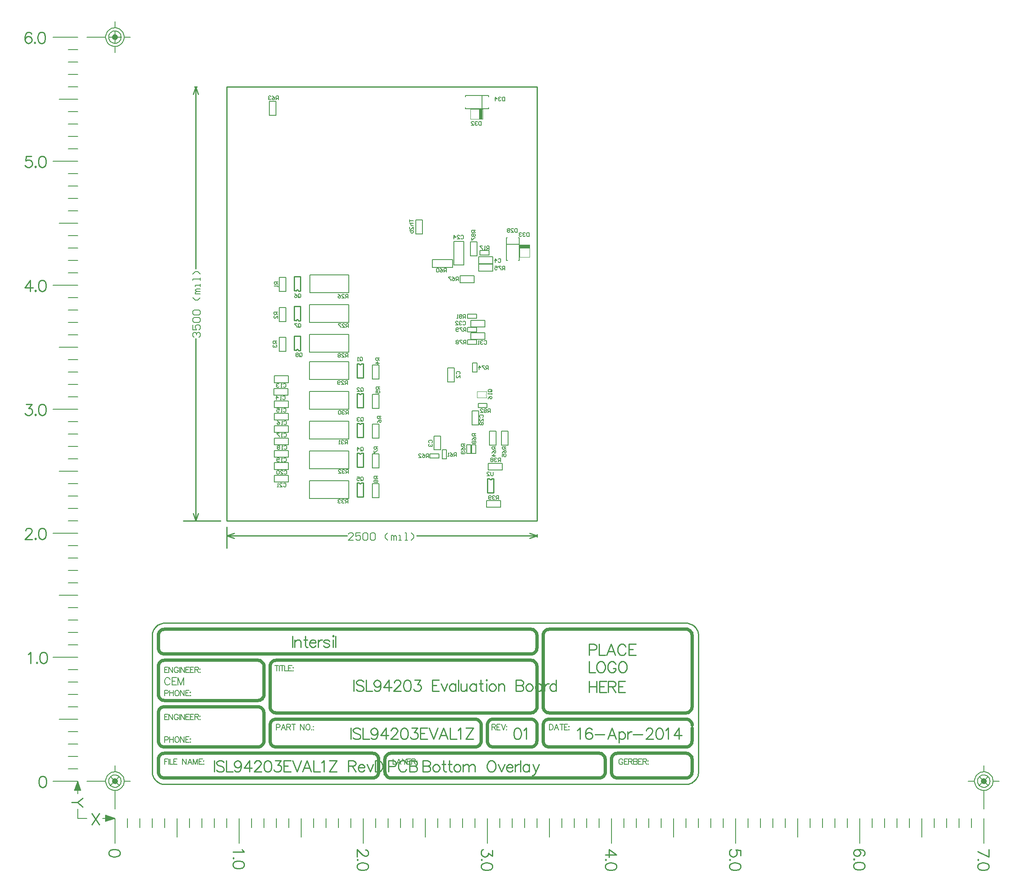
<source format=gbo>
%FSLAX24Y24*%
%MOIN*%
G70*
G01*
G75*
%ADD10C,0.0100*%
%ADD11C,0.0080*%
%ADD12R,0.0217X0.0197*%
%ADD13R,0.0390X0.0270*%
%ADD14R,0.0400X0.0400*%
%ADD15R,0.0236X0.0315*%
%ADD16R,0.0079X0.0374*%
%ADD17R,0.0360X0.0360*%
%ADD18R,0.0500X0.0360*%
%ADD19R,0.0315X0.0236*%
%ADD20R,0.0394X0.0394*%
%ADD21R,0.3500X0.4500*%
%ADD22R,0.0700X0.0820*%
%ADD23R,0.1500X0.0820*%
%ADD24R,0.0197X0.0217*%
%ADD25R,0.1299X0.0512*%
%ADD26R,0.2000X0.2000*%
%ADD27R,0.0600X0.0600*%
%ADD28R,0.0512X0.1299*%
%ADD29R,0.0315X0.0315*%
%ADD30R,0.0315X0.0315*%
%ADD31R,0.0236X0.0157*%
%ADD32R,0.1693X0.1693*%
%ADD33R,0.0374X0.0079*%
%ADD34C,0.0200*%
%ADD35C,0.0400*%
%ADD36C,0.0250*%
%ADD37C,0.0150*%
%ADD38C,0.0120*%
%ADD39C,0.0500*%
%ADD40C,0.0750*%
%ADD41C,0.0300*%
%ADD42C,0.0090*%
%ADD43R,0.1980X0.2640*%
%ADD44R,0.0510X0.0630*%
%ADD45C,0.0060*%
%ADD46C,0.0050*%
%ADD47O,0.0600X0.0800*%
%ADD48R,0.0600X0.0800*%
%ADD49C,0.0250*%
%ADD50C,0.0630*%
%ADD51R,0.1000X0.0650*%
%ADD52C,0.0800*%
%ADD53R,0.0800X0.0800*%
%ADD54C,0.0600*%
%ADD55R,0.0800X0.0650*%
%ADD56R,0.1500X0.1250*%
%ADD57P,0.0650X8X0*%
%ADD58R,0.1500X0.2500*%
%ADD59R,0.1000X0.1000*%
%ADD60R,0.1410X0.1510*%
%ADD61R,0.0850X0.1400*%
%ADD62R,0.0840X0.1280*%
%ADD63R,0.0900X0.1380*%
%ADD64R,0.0950X0.1280*%
%ADD65R,0.0990X0.1540*%
%ADD66R,0.0880X0.1740*%
%ADD67R,0.1440X0.1570*%
%ADD68R,0.0820X0.0700*%
%ADD69R,0.0157X0.0236*%
%ADD70R,0.0630X0.0472*%
%ADD71R,0.0600X0.0500*%
%ADD72R,0.0440X0.0410*%
%ADD73R,0.0640X0.0650*%
%ADD74R,0.1030X0.1500*%
%ADD75R,0.1020X0.1460*%
%ADD76R,0.0560X0.0450*%
%ADD77R,0.0610X0.0520*%
%ADD78R,0.1020X0.1470*%
%ADD79R,0.1030X0.1440*%
%ADD80R,0.1080X0.1500*%
%ADD81R,0.0590X0.0470*%
%ADD82R,0.0610X0.0500*%
%ADD83R,0.1320X0.1390*%
%ADD84R,0.1110X0.1540*%
%ADD85R,0.1430X0.1590*%
%ADD86C,0.0039*%
%ADD87C,0.0110*%
%ADD88C,0.0070*%
%ADD89C,0.0020*%
%ADD90C,0.0079*%
%ADD91C,0.0040*%
%ADD92R,0.0090X0.0690*%
%ADD93R,0.0380X0.0700*%
%ADD94R,0.0400X0.0690*%
%ADD95R,0.0380X0.0560*%
%ADD96R,0.0160X0.0100*%
%ADD97R,0.0290X0.0110*%
%ADD98R,0.0400X0.0780*%
%ADD99R,0.0100X0.0060*%
%ADD100R,0.0450X0.0100*%
%ADD101R,0.0070X0.0080*%
%ADD102R,0.0430X0.0060*%
%ADD103R,0.0280X0.0050*%
%ADD104R,0.0180X0.0100*%
%ADD105R,0.0060X0.0050*%
%ADD106R,0.0310X0.0140*%
%ADD107R,0.0070X0.0120*%
%ADD108R,0.0060X0.0060*%
%ADD109R,0.0180X0.0150*%
%ADD110R,0.0130X0.0060*%
%ADD111R,0.0100X0.0110*%
%ADD112R,0.0110X0.0120*%
%ADD113R,0.0050X0.0050*%
%ADD114R,0.0070X0.0070*%
%ADD115R,0.0120X0.0060*%
%ADD116R,0.0070X0.0630*%
%ADD117R,0.0090X0.0030*%
%ADD118R,0.0050X0.0030*%
%ADD119R,0.0120X0.0590*%
%ADD120R,0.0040X0.0510*%
%ADD121R,0.0070X0.0020*%
%ADD122R,0.0050X0.0040*%
%ADD123R,0.0060X0.0030*%
%ADD124R,0.0040X0.0450*%
%ADD125R,0.0040X0.0040*%
%ADD126R,0.0040X0.0410*%
%ADD127R,0.0050X0.0330*%
%ADD128R,0.0040X0.0180*%
%ADD129R,0.0050X0.0160*%
%ADD130R,0.0070X0.0050*%
%ADD131R,0.0080X0.0140*%
%ADD132R,0.0220X0.0090*%
%ADD133R,0.0060X0.0040*%
%ADD134R,0.0150X0.0350*%
%ADD135R,0.0030X0.0050*%
%ADD136R,0.0350X0.0100*%
%ADD137R,0.0220X0.0160*%
%ADD138R,0.0160X0.0070*%
%ADD139R,0.0140X0.0070*%
%ADD140R,0.0090X0.0070*%
%ADD141R,0.0580X0.0150*%
%ADD142R,0.0050X0.0100*%
%ADD143R,0.0250X0.0020*%
%ADD144R,0.0040X0.0030*%
%ADD145R,0.0060X0.0090*%
%ADD146R,0.0390X0.0730*%
%ADD147R,0.0080X0.0160*%
%ADD148R,0.0040X0.0050*%
%ADD149R,0.0040X0.0160*%
%ADD150R,0.0320X0.0160*%
%ADD151R,0.0350X0.0090*%
%ADD152R,0.0100X0.0090*%
%ADD153R,0.0590X0.0100*%
%ADD154R,0.0300X0.0050*%
%ADD155R,0.0120X0.0030*%
%ADD156R,0.0060X0.0280*%
%ADD157R,0.0050X0.0190*%
%ADD158R,0.0050X0.0020*%
%ADD159R,0.0340X0.0250*%
%ADD160R,0.0320X0.0330*%
%ADD161R,0.0100X0.0140*%
%ADD162R,0.0050X0.0120*%
%ADD163R,0.0050X0.0080*%
%ADD164R,0.0330X0.0060*%
%ADD165R,0.0210X0.0040*%
%ADD166R,0.0090X0.0050*%
%ADD167R,0.0100X0.0080*%
%ADD168R,0.0090X0.0100*%
%ADD169R,0.0020X0.0030*%
%ADD170R,0.0560X0.0130*%
%ADD171R,0.0380X0.0050*%
%ADD172R,0.0080X0.0280*%
%ADD173R,0.0050X0.0180*%
%ADD174R,0.0380X0.0710*%
%ADD175R,0.0300X0.0180*%
%ADD176R,0.0270X0.0030*%
%ADD177R,0.0190X0.0050*%
%ADD178R,0.0070X0.0140*%
%ADD179R,0.0270X0.0040*%
%ADD180R,0.0180X0.0050*%
%ADD181R,0.0060X0.0110*%
%ADD182R,0.0390X0.1040*%
%ADD183R,0.0210X0.0100*%
%ADD184R,0.0315X0.0787*%
%ADD185R,0.3600X0.0670*%
%ADD186R,0.0080X0.0120*%
%ADD187R,0.0787X0.0315*%
D10*
X91351Y77581D02*
X91398Y77499D01*
X91492D01*
X91539Y77581D01*
X91351Y72781D02*
X91398Y72699D01*
X91492D01*
X91539Y72781D01*
X91351Y75181D02*
X91398Y75099D01*
X91492D01*
X91539Y75181D01*
X91351Y82381D02*
X91398Y82299D01*
X91492D01*
X91539Y82381D01*
X101861Y73115D02*
X101908Y73034D01*
X102002D01*
X102049Y73115D01*
X91351Y79981D02*
X91398Y79899D01*
X91492D01*
X91539Y79981D01*
X86469Y83451D02*
X86422Y83532D01*
X86328D01*
X86281Y83451D01*
X86469Y85851D02*
X86422Y85932D01*
X86328D01*
X86281Y85851D01*
X86469Y88251D02*
X86422Y88332D01*
X86328D01*
X86281Y88251D01*
X91195Y76443D02*
Y77568D01*
X91207Y77581D02*
X91351D01*
X91195Y76443D02*
X91695D01*
Y77568D01*
X91551D02*
X91695D01*
X91551Y72768D02*
X91695D01*
Y71643D02*
Y72768D01*
X91195Y71643D02*
X91695D01*
X91207Y72781D02*
X91351D01*
X91195Y71643D02*
Y72768D01*
Y74043D02*
Y75168D01*
X91207Y75181D02*
X91351D01*
X91195Y74043D02*
X91695D01*
Y75168D01*
X91551D02*
X91695D01*
X91551Y82368D02*
X91695D01*
Y81243D02*
Y82368D01*
X91195Y81243D02*
X91695D01*
X91207Y82381D02*
X91351D01*
X91195Y81243D02*
Y82368D01*
X102061Y73102D02*
X102205D01*
Y71977D02*
Y73102D01*
X101705Y71977D02*
X102205D01*
X101717Y73115D02*
X101861D01*
X101705Y71977D02*
Y73102D01*
X91551Y79968D02*
X91695D01*
Y78843D02*
Y79968D01*
X91195Y78843D02*
X91695D01*
X91207Y79981D02*
X91351D01*
X91195Y78843D02*
Y79968D01*
X86125Y83463D02*
X86269D01*
X86125D02*
Y84588D01*
X86625D01*
X86469Y83451D02*
X86612D01*
X86625Y83463D02*
Y84588D01*
Y85863D02*
Y86988D01*
X86469Y85851D02*
X86612D01*
X86125Y86988D02*
X86625D01*
X86125Y85863D02*
Y86988D01*
Y85863D02*
X86269D01*
X86125Y88263D02*
X86269D01*
X86125D02*
Y89388D01*
X86625D01*
X86469Y88251D02*
X86612D01*
X86625Y88263D02*
Y89388D01*
X75685Y61463D02*
X75587Y61458D01*
X75490Y61444D01*
X75395Y61420D01*
X75302Y61387D01*
X75214Y61345D01*
X75129Y61295D01*
X75051Y61236D01*
X74978Y61170D01*
X74912Y61098D01*
X74853Y61019D01*
X74803Y60935D01*
X74761Y60846D01*
X74728Y60753D01*
X74704Y60658D01*
X74690Y60561D01*
X74685Y60463D01*
Y49473D02*
X74690Y49375D01*
X74704Y49278D01*
X74727Y49183D01*
X74760Y49091D01*
X74802Y49002D01*
X74852Y48918D01*
X74909Y48838D01*
X74975Y48765D01*
X75047Y48699D01*
X75125Y48640D01*
X75208Y48588D01*
X75296Y48545D01*
X75388Y48511D01*
X75483Y48486D01*
X75580Y48470D01*
X75677Y48463D01*
X117685Y48463D02*
X117783Y48468D01*
X117880Y48482D01*
X117975Y48506D01*
X118068Y48539D01*
X118156Y48581D01*
X118241Y48632D01*
X118319Y48690D01*
X118392Y48756D01*
X118458Y48829D01*
X118516Y48908D01*
X118567Y48992D01*
X118609Y49080D01*
X118642Y49173D01*
X118666Y49268D01*
X118680Y49365D01*
X118685Y49463D01*
Y60463D02*
X118680Y60561D01*
X118666Y60658D01*
X118642Y60753D01*
X118609Y60846D01*
X118567Y60935D01*
X118516Y61019D01*
X118458Y61098D01*
X118392Y61170D01*
X118319Y61236D01*
X118241Y61295D01*
X118156Y61345D01*
X118068Y61387D01*
X117975Y61420D01*
X117880Y61444D01*
X117783Y61458D01*
X117685Y61463D01*
X80685Y104713D02*
X105685D01*
X77185Y69713D02*
X80185D01*
X80685Y67513D02*
Y69213D01*
X105685Y68413D02*
Y68613D01*
X80685Y68413D02*
Y68613D01*
X105085Y68313D02*
X105685Y68513D01*
X105085Y68713D02*
X105685Y68513D01*
X80685D02*
X81285Y68313D01*
X80685Y68513D02*
X81285Y68713D01*
X95994Y68513D02*
X105685D01*
X80685D02*
X90376D01*
X80685Y69713D02*
X105685D01*
Y104713D01*
X80685Y69713D02*
Y104713D01*
X75685Y48463D02*
X117685D01*
X75685Y61463D02*
X117685D01*
X118685Y49463D02*
Y60463D01*
X74685Y49463D02*
Y60463D01*
X78085Y104713D02*
X78285D01*
X78085Y69713D02*
X78285D01*
X78185Y104713D02*
X78385Y104113D01*
X77985D02*
X78185Y104713D01*
Y69713D02*
X78385Y70313D01*
X77985D02*
X78185Y69713D01*
Y90022D02*
Y104713D01*
Y69713D02*
Y84404D01*
D11*
X142185Y48713D02*
X142175Y48814D01*
X142145Y48910D01*
X142095Y48999D01*
X142030Y49075D01*
X141950Y49137D01*
X141859Y49182D01*
X141761Y49207D01*
X141660Y49212D01*
X141560Y49197D01*
X141465Y49162D01*
X141379Y49108D01*
X141306Y49039D01*
X141248Y48956D01*
X141208Y48863D01*
X141188Y48764D01*
Y48662D01*
X141208Y48563D01*
X141248Y48470D01*
X141306Y48387D01*
X141379Y48318D01*
X141465Y48264D01*
X141560Y48229D01*
X141660Y48214D01*
X141761Y48219D01*
X141859Y48244D01*
X141950Y48289D01*
X142030Y48351D01*
X142095Y48427D01*
X142145Y48516D01*
X142175Y48612D01*
X142185Y48713D01*
X142435D02*
X142428Y48813D01*
X142408Y48911D01*
X142376Y49006D01*
X142330Y49095D01*
X142274Y49178D01*
X142206Y49252D01*
X142130Y49317D01*
X142045Y49371D01*
X141955Y49413D01*
X141859Y49443D01*
X141760Y49459D01*
X141660Y49463D01*
X141560Y49453D01*
X141463Y49429D01*
X141369Y49393D01*
X141281Y49345D01*
X141201Y49286D01*
X141129Y49216D01*
X141067Y49137D01*
X141016Y49051D01*
X140977Y48959D01*
X140950Y48862D01*
X140937Y48763D01*
Y48663D01*
X140950Y48564D01*
X140977Y48467D01*
X141016Y48375D01*
X141067Y48289D01*
X141129Y48210D01*
X141201Y48140D01*
X141281Y48081D01*
X141369Y48033D01*
X141463Y47997D01*
X141560Y47973D01*
X141660Y47963D01*
X141760Y47967D01*
X141859Y47983D01*
X141955Y48013D01*
X142045Y48055D01*
X142130Y48109D01*
X142206Y48174D01*
X142274Y48248D01*
X142330Y48331D01*
X142376Y48420D01*
X142408Y48515D01*
X142428Y48613D01*
X142435Y48713D01*
X141710D02*
X141660D01*
X141710D01*
X141735D02*
X141660Y48756D01*
Y48670D01*
X141735Y48713D01*
X141885D02*
X141862Y48806D01*
X141799Y48878D01*
X141709Y48912D01*
X141614Y48900D01*
X141535Y48846D01*
X141491Y48761D01*
Y48665D01*
X141535Y48580D01*
X141614Y48526D01*
X141709Y48514D01*
X141799Y48548D01*
X141862Y48620D01*
X141885Y48713D01*
X141835D02*
X141800Y48809D01*
X141711Y48861D01*
X141610Y48843D01*
X141544Y48764D01*
Y48662D01*
X141610Y48583D01*
X141711Y48565D01*
X141800Y48617D01*
X141835Y48713D01*
X141785D02*
X141735Y48800D01*
X141635D01*
X141585Y48713D01*
X141635Y48626D01*
X141735D01*
X141785Y48713D01*
X72435Y108713D02*
X72428Y108813D01*
X72408Y108911D01*
X72375Y109006D01*
X72330Y109095D01*
X72274Y109178D01*
X72206Y109252D01*
X72130Y109317D01*
X72045Y109371D01*
X71955Y109413D01*
X71859Y109443D01*
X71760Y109459D01*
X71660Y109463D01*
X71560Y109453D01*
X71463Y109429D01*
X71369Y109393D01*
X71281Y109345D01*
X71201Y109286D01*
X71129Y109216D01*
X71067Y109138D01*
X71016Y109051D01*
X70976Y108959D01*
X70950Y108863D01*
X70937Y108763D01*
Y108663D01*
X70950Y108564D01*
X70976Y108467D01*
X71016Y108375D01*
X71067Y108289D01*
X71129Y108210D01*
X71201Y108140D01*
X71281Y108081D01*
X71369Y108033D01*
X71463Y107997D01*
X71560Y107974D01*
X71660Y107964D01*
X71760Y107967D01*
X71859Y107984D01*
X71955Y108013D01*
X72045Y108055D01*
X72130Y108109D01*
X72206Y108174D01*
X72274Y108248D01*
X72330Y108331D01*
X72375Y108420D01*
X72408Y108515D01*
X72428Y108613D01*
X72435Y108713D01*
X71710D02*
X71660D01*
X71710D01*
X71735D02*
X71660Y108756D01*
Y108670D01*
X71735Y108713D01*
X71785D02*
X71735Y108800D01*
X71635D01*
X71585Y108713D01*
X71635Y108627D01*
X71735D01*
X71785Y108713D01*
X71835D02*
X71800Y108810D01*
X71711Y108861D01*
X71610Y108843D01*
X71544Y108764D01*
Y108662D01*
X71610Y108583D01*
X71711Y108565D01*
X71800Y108617D01*
X71835Y108713D01*
X71885D02*
X71862Y108806D01*
X71799Y108878D01*
X71709Y108912D01*
X71614Y108900D01*
X71535Y108846D01*
X71491Y108761D01*
Y108665D01*
X71535Y108581D01*
X71614Y108526D01*
X71709Y108515D01*
X71799Y108549D01*
X71862Y108620D01*
X71885Y108713D01*
X72185D02*
X72175Y108814D01*
X72144Y108910D01*
X72095Y108999D01*
X72029Y109076D01*
X71949Y109137D01*
X71859Y109182D01*
X71761Y109207D01*
X71660Y109212D01*
X71560Y109197D01*
X71465Y109162D01*
X71379Y109109D01*
X71306Y109039D01*
X71248Y108956D01*
X71208Y108863D01*
X71188Y108764D01*
Y108663D01*
X71208Y108563D01*
X71248Y108470D01*
X71306Y108387D01*
X71379Y108318D01*
X71465Y108264D01*
X71560Y108229D01*
X71660Y108214D01*
X71761Y108219D01*
X71859Y108244D01*
X71949Y108289D01*
X72029Y108351D01*
X72095Y108427D01*
X72144Y108516D01*
X72175Y108612D01*
X72185Y108713D01*
X72185Y48713D02*
X72175Y48814D01*
X72145Y48910D01*
X72095Y48999D01*
X72030Y49075D01*
X71950Y49137D01*
X71859Y49182D01*
X71761Y49207D01*
X71660Y49212D01*
X71560Y49197D01*
X71465Y49162D01*
X71379Y49108D01*
X71306Y49039D01*
X71248Y48956D01*
X71208Y48863D01*
X71188Y48764D01*
Y48662D01*
X71208Y48563D01*
X71248Y48470D01*
X71306Y48387D01*
X71379Y48318D01*
X71465Y48264D01*
X71560Y48229D01*
X71660Y48214D01*
X71761Y48219D01*
X71859Y48244D01*
X71950Y48289D01*
X72030Y48351D01*
X72095Y48427D01*
X72145Y48516D01*
X72175Y48612D01*
X72185Y48713D01*
X72435D02*
X72428Y48813D01*
X72408Y48911D01*
X72376Y49006D01*
X72330Y49095D01*
X72274Y49178D01*
X72206Y49252D01*
X72130Y49317D01*
X72045Y49371D01*
X71955Y49413D01*
X71859Y49443D01*
X71760Y49459D01*
X71660Y49463D01*
X71560Y49453D01*
X71463Y49429D01*
X71369Y49393D01*
X71281Y49345D01*
X71201Y49286D01*
X71129Y49216D01*
X71067Y49137D01*
X71016Y49051D01*
X70977Y48959D01*
X70950Y48862D01*
X70937Y48763D01*
Y48663D01*
X70950Y48564D01*
X70977Y48467D01*
X71016Y48375D01*
X71067Y48289D01*
X71129Y48210D01*
X71201Y48140D01*
X71281Y48081D01*
X71369Y48033D01*
X71463Y47997D01*
X71560Y47973D01*
X71660Y47963D01*
X71760Y47967D01*
X71859Y47983D01*
X71955Y48013D01*
X72045Y48055D01*
X72130Y48109D01*
X72206Y48174D01*
X72274Y48248D01*
X72330Y48331D01*
X72376Y48420D01*
X72408Y48515D01*
X72428Y48613D01*
X72435Y48713D01*
X71710D02*
X71660D01*
X71710D01*
X71735D02*
X71660Y48756D01*
Y48670D01*
X71735Y48713D01*
X71885D02*
X71862Y48806D01*
X71799Y48878D01*
X71709Y48912D01*
X71614Y48900D01*
X71535Y48846D01*
X71491Y48761D01*
Y48665D01*
X71535Y48580D01*
X71614Y48526D01*
X71709Y48514D01*
X71799Y48548D01*
X71862Y48620D01*
X71885Y48713D01*
X71785D02*
X71735Y48800D01*
X71635D01*
X71585Y48713D01*
X71635Y48626D01*
X71735D01*
X71785Y48713D01*
X71835D02*
X71800Y48809D01*
X71711Y48861D01*
X71610Y48843D01*
X71544Y48764D01*
Y48662D01*
X71610Y48583D01*
X71711Y48565D01*
X71800Y48617D01*
X71835Y48713D01*
X72435D02*
X72935D01*
X69435D02*
X70935D01*
X68685Y45713D02*
X69435D01*
X68435Y47963D02*
X68935D01*
X68540Y48043D02*
X68830D01*
X68590Y48078D02*
X68780D01*
X68490Y48008D02*
X68880D01*
X68640Y48113D02*
X68730D01*
X70685Y45713D02*
X70935D01*
X66685Y48713D02*
X68685D01*
X67935Y49713D02*
X68685D01*
X67935Y50713D02*
X68685D01*
X67935Y51713D02*
X68685D01*
X67935Y52713D02*
X68685D01*
X67185Y53713D02*
X68685D01*
X67935Y54713D02*
X68685D01*
X67935Y55713D02*
X68685D01*
X67935Y56713D02*
X68685D01*
X67935Y57713D02*
X68685D01*
X66685Y58713D02*
X68685D01*
X67935Y59713D02*
X68685D01*
X67935Y60713D02*
X68685D01*
X67935Y61713D02*
X68685D01*
X67935Y62713D02*
X68685D01*
X67185Y63713D02*
X68685D01*
X67935Y64713D02*
X68685D01*
X67935Y65713D02*
X68685D01*
X67935Y66713D02*
X68685D01*
X67935Y67713D02*
X68685D01*
X66685Y68713D02*
X68685D01*
X67935Y69713D02*
X68685D01*
X67935Y70713D02*
X68685D01*
X67935Y71713D02*
X68685D01*
X67935Y72713D02*
X68685D01*
X67185Y73713D02*
X68685D01*
X67935Y74713D02*
X68685D01*
X67935Y75713D02*
X68685D01*
X67935Y76713D02*
X68685D01*
X67935Y77713D02*
X68685D01*
X66685Y78713D02*
X68685D01*
X67935Y79713D02*
X68685D01*
X67935Y80713D02*
X68685D01*
X67935Y81713D02*
X68685D01*
X67935Y82713D02*
X68685D01*
X67185Y83713D02*
X68685D01*
X67935Y84713D02*
X68685D01*
X67935Y85713D02*
X68685D01*
X67935Y86713D02*
X68685D01*
X67935Y87713D02*
X68685D01*
X66685Y88713D02*
X68685D01*
X67935Y89713D02*
X68685D01*
X67935Y90713D02*
X68685D01*
X67935Y91713D02*
X68685D01*
X67935Y92713D02*
X68685D01*
X67185Y93713D02*
X68685D01*
X67935Y94713D02*
X68685D01*
X67935Y95713D02*
X68685D01*
X67935Y96713D02*
X68685D01*
X67935Y97713D02*
X68685D01*
X66685Y98713D02*
X68685D01*
X67935Y99713D02*
X68685D01*
X67935Y100713D02*
X68685D01*
X67935Y101713D02*
X68685D01*
X67935Y102713D02*
X68685D01*
X67185Y103713D02*
X68685D01*
X67935Y104713D02*
X68685D01*
X67935Y105713D02*
X68685D01*
X67935Y106713D02*
X68685D01*
X67935Y107713D02*
X68685D01*
X66685Y108713D02*
X68685D01*
X71685D02*
X72185D01*
X71185D02*
X71685D01*
X69435D02*
X70935D01*
X72435D02*
X72935D01*
X140435Y48713D02*
X140935D01*
X142435D02*
X142935D01*
X71685Y46463D02*
Y47963D01*
Y49463D02*
Y49963D01*
X68685Y45713D02*
Y46463D01*
X70935Y45463D02*
Y45963D01*
X71015Y45568D02*
Y45858D01*
X68685Y47713D02*
Y47963D01*
X71050Y45618D02*
Y45808D01*
X70980Y45518D02*
Y45908D01*
X71085Y45668D02*
Y45758D01*
X71685Y43713D02*
Y45713D01*
X72685Y44963D02*
Y45713D01*
X73685Y44963D02*
Y45713D01*
X74685Y44963D02*
Y45713D01*
X75685Y44963D02*
Y45713D01*
X76685Y44213D02*
Y45713D01*
X77685Y44963D02*
Y45713D01*
X78685Y44963D02*
Y45713D01*
X79685Y44963D02*
Y45713D01*
X80685Y44963D02*
Y45713D01*
X81685Y43713D02*
Y45713D01*
X82685Y44963D02*
Y45713D01*
X83685Y44963D02*
Y45713D01*
X84685Y44963D02*
Y45713D01*
X85685Y44963D02*
Y45713D01*
X86685Y44213D02*
Y45713D01*
X87685Y44963D02*
Y45713D01*
X88685Y44963D02*
Y45713D01*
X89685Y44963D02*
Y45713D01*
X90685Y44963D02*
Y45713D01*
X91685Y43713D02*
Y45713D01*
X92685Y44963D02*
Y45713D01*
X93685Y44963D02*
Y45713D01*
X94685Y44963D02*
Y45713D01*
X95685Y44963D02*
Y45713D01*
X96685Y44213D02*
Y45713D01*
X97685Y44963D02*
Y45713D01*
X98685Y44963D02*
Y45713D01*
X99685Y44963D02*
Y45713D01*
X100685Y44963D02*
Y45713D01*
X101685Y43713D02*
Y45713D01*
X102685Y44963D02*
Y45713D01*
X103685Y44963D02*
Y45713D01*
X104685Y44963D02*
Y45713D01*
X105685Y44963D02*
Y45713D01*
X106685Y44213D02*
Y45713D01*
X107685Y44963D02*
Y45713D01*
X108685Y44963D02*
Y45713D01*
X109685Y44963D02*
Y45713D01*
X110685Y44963D02*
Y45713D01*
X111685Y43713D02*
Y45713D01*
X112685Y44963D02*
Y45713D01*
X113685Y44963D02*
Y45713D01*
X114685Y44963D02*
Y45713D01*
X115685Y44963D02*
Y45713D01*
X116685Y44213D02*
Y45713D01*
X117685Y44963D02*
Y45713D01*
X118685Y44963D02*
Y45713D01*
X119685Y44963D02*
Y45713D01*
X120685Y44963D02*
Y45713D01*
X121685Y43713D02*
Y45713D01*
X122685Y44963D02*
Y45713D01*
X123685Y44963D02*
Y45713D01*
X124685Y44963D02*
Y45713D01*
X125685Y44963D02*
Y45713D01*
X126685Y44213D02*
Y45713D01*
X127685Y44963D02*
Y45713D01*
X128685Y44963D02*
Y45713D01*
X129685Y44963D02*
Y45713D01*
X130685Y44963D02*
Y45713D01*
X131685Y43713D02*
Y45713D01*
X132685Y44963D02*
Y45713D01*
X133685Y44963D02*
Y45713D01*
X134685Y44963D02*
Y45713D01*
X135685Y44963D02*
Y45713D01*
X136685Y44213D02*
Y45713D01*
X137685Y44963D02*
Y45713D01*
X138685Y44963D02*
Y45713D01*
X139685Y44963D02*
Y45713D01*
X140685Y44963D02*
Y45713D01*
X141685Y43713D02*
Y45713D01*
X71685Y108213D02*
Y108713D01*
Y109213D01*
Y109463D02*
Y109963D01*
Y107463D02*
Y107963D01*
X141685Y49463D02*
Y49963D01*
Y46463D02*
Y47963D01*
X71685Y48713D02*
X72035Y49063D01*
X71335Y48363D02*
X71685Y48713D01*
X141335Y48363D02*
X141685Y48713D01*
X142035Y49063D01*
X71685Y48713D02*
X72035Y48363D01*
X71335Y49063D02*
X71685Y48713D01*
X141685D02*
X142035Y48363D01*
X141335Y49063D02*
X141685Y48713D01*
X70935Y45463D02*
X71685Y45713D01*
X70935Y45963D02*
X71685Y45713D01*
X71015Y45858D02*
X71445Y45713D01*
X71015Y45568D02*
X71445Y45713D01*
X68685Y48713D02*
X68935Y47963D01*
X68435D02*
X68685Y48713D01*
X68540Y48043D02*
X68685Y48473D01*
X68830Y48043D01*
X68590Y48078D02*
X68685Y48358D01*
X68780Y48078D01*
X68490Y48008D02*
X68685Y48588D01*
X68880Y48008D01*
X68640Y48113D02*
X68685Y48243D01*
X68730Y48113D01*
X71050Y45808D02*
X71330Y45713D01*
X71050Y45618D02*
X71330Y45713D01*
X70980Y45908D02*
X71560Y45713D01*
X70980Y45518D02*
X71560Y45713D01*
X71085Y45758D02*
X71215Y45713D01*
X71085Y45668D02*
X71215Y45713D01*
X76113Y56920D02*
X76085Y56977D01*
X76028Y57034D01*
X75971Y57063D01*
X75856D01*
X75799Y57034D01*
X75742Y56977D01*
X75714Y56920D01*
X75685Y56834D01*
Y56692D01*
X75714Y56606D01*
X75742Y56549D01*
X75799Y56492D01*
X75856Y56463D01*
X75971D01*
X76028Y56492D01*
X76085Y56549D01*
X76113Y56606D01*
X76653Y57063D02*
X76282D01*
Y56463D01*
X76653D01*
X76282Y56777D02*
X76510D01*
X76753Y57063D02*
Y56463D01*
Y57063D02*
X76982Y56463D01*
X77210Y57063D02*
X76982Y56463D01*
X77210Y57063D02*
Y56463D01*
D36*
X118185Y53223D02*
X118176Y53319D01*
X118148Y53411D01*
X118102Y53495D01*
X118041Y53570D01*
X117967Y53631D01*
X117882Y53676D01*
X117791Y53704D01*
X117695Y53713D01*
X106685D02*
X106587Y53704D01*
X106494Y53675D01*
X106407Y53629D01*
X106331Y53567D01*
X106269Y53491D01*
X106223Y53404D01*
X106195Y53311D01*
X106185Y53213D01*
X117685Y54213D02*
X117782Y54223D01*
X117876Y54251D01*
X117963Y54297D01*
X118039Y54360D01*
X118101Y54435D01*
X118147Y54522D01*
X118175Y54616D01*
X118185Y54713D01*
X106185D02*
X106195Y54616D01*
X106223Y54522D01*
X106269Y54435D01*
X106331Y54360D01*
X106407Y54297D01*
X106494Y54251D01*
X106587Y54223D01*
X106685Y54213D01*
X118185Y60473D02*
X118175Y60571D01*
X118146Y60665D01*
X118099Y60751D01*
X118035Y60826D01*
X117958Y60886D01*
X117871Y60931D01*
X117776Y60956D01*
X117678Y60963D01*
X117685Y51463D02*
X117782Y51473D01*
X117876Y51501D01*
X117963Y51547D01*
X118039Y51610D01*
X118101Y51685D01*
X118147Y51772D01*
X118175Y51866D01*
X118185Y51963D01*
X118185Y50472D02*
X118174Y50568D01*
X118144Y50661D01*
X118098Y50746D01*
X118035Y50820D01*
X117960Y50881D01*
X117874Y50926D01*
X117781Y50954D01*
X117685Y50963D01*
Y48963D02*
X117782Y48973D01*
X117876Y49001D01*
X117963Y49047D01*
X118039Y49110D01*
X118101Y49185D01*
X118147Y49272D01*
X118175Y49366D01*
X118185Y49463D01*
X105185Y51463D02*
X105282Y51473D01*
X105376Y51501D01*
X105463Y51547D01*
X105539Y51610D01*
X105601Y51685D01*
X105647Y51772D01*
X105675Y51866D01*
X105685Y51963D01*
X106185Y51953D02*
X106195Y51856D01*
X106223Y51764D01*
X106269Y51678D01*
X106332Y51604D01*
X106407Y51543D01*
X106493Y51498D01*
X106587Y51471D01*
X106684Y51463D01*
X105685Y53223D02*
X105676Y53319D01*
X105648Y53411D01*
X105602Y53495D01*
X105541Y53570D01*
X105467Y53631D01*
X105382Y53676D01*
X105291Y53704D01*
X105195Y53713D01*
X75185Y49463D02*
X75194Y49367D01*
X75222Y49274D01*
X75267Y49188D01*
X75328Y49113D01*
X75403Y49050D01*
X75488Y49004D01*
X75580Y48974D01*
X75676Y48963D01*
X105194Y54213D02*
X105290Y54224D01*
X105382Y54254D01*
X105467Y54300D01*
X105542Y54363D01*
X105603Y54438D01*
X105648Y54524D01*
X105676Y54617D01*
X105685Y54713D01*
X75685Y50963D02*
X75587Y50954D01*
X75494Y50925D01*
X75407Y50879D01*
X75331Y50817D01*
X75269Y50741D01*
X75223Y50654D01*
X75195Y50561D01*
X75185Y50463D01*
X105685Y57963D02*
X105675Y58061D01*
X105647Y58154D01*
X105601Y58241D01*
X105539Y58317D01*
X105463Y58379D01*
X105376Y58425D01*
X105282Y58454D01*
X105185Y58463D01*
Y58963D02*
X105282Y58973D01*
X105376Y59001D01*
X105463Y59047D01*
X105539Y59110D01*
X105601Y59185D01*
X105647Y59272D01*
X105675Y59366D01*
X105685Y59463D01*
X106685Y60963D02*
X106587Y60954D01*
X106494Y60925D01*
X106407Y60879D01*
X106331Y60817D01*
X106269Y60741D01*
X106223Y60654D01*
X106195Y60561D01*
X106185Y60463D01*
X105685D02*
X105675Y60561D01*
X105647Y60654D01*
X105601Y60741D01*
X105539Y60817D01*
X105463Y60879D01*
X105376Y60925D01*
X105282Y60954D01*
X105185Y60963D01*
X75685D02*
X75587Y60954D01*
X75494Y60925D01*
X75407Y60879D01*
X75331Y60817D01*
X75269Y60741D01*
X75223Y60654D01*
X75195Y60561D01*
X75185Y60463D01*
Y59463D02*
X75195Y59366D01*
X75223Y59272D01*
X75269Y59185D01*
X75331Y59110D01*
X75407Y59047D01*
X75494Y59001D01*
X75587Y58973D01*
X75685Y58963D01*
Y58463D02*
X75587Y58454D01*
X75494Y58425D01*
X75407Y58379D01*
X75331Y58317D01*
X75269Y58241D01*
X75223Y58154D01*
X75195Y58061D01*
X75185Y57963D01*
Y55713D02*
X75195Y55616D01*
X75223Y55522D01*
X75269Y55435D01*
X75331Y55360D01*
X75407Y55297D01*
X75494Y55251D01*
X75587Y55223D01*
X75685Y55213D01*
Y54713D02*
X75587Y54704D01*
X75494Y54675D01*
X75407Y54629D01*
X75331Y54567D01*
X75269Y54491D01*
X75223Y54404D01*
X75195Y54311D01*
X75185Y54213D01*
Y51963D02*
X75194Y51867D01*
X75222Y51774D01*
X75267Y51688D01*
X75328Y51613D01*
X75403Y51550D01*
X75488Y51504D01*
X75580Y51474D01*
X75676Y51463D01*
X84685Y58463D02*
X84587Y58454D01*
X84494Y58425D01*
X84407Y58379D01*
X84331Y58317D01*
X84269Y58241D01*
X84223Y58154D01*
X84195Y58061D01*
X84185Y57963D01*
X84685Y53713D02*
X84587Y53704D01*
X84494Y53675D01*
X84407Y53629D01*
X84331Y53567D01*
X84269Y53491D01*
X84223Y53404D01*
X84195Y53311D01*
X84185Y53213D01*
X102165Y53713D02*
X102068Y53703D01*
X101975Y53674D01*
X101890Y53627D01*
X101817Y53564D01*
X101757Y53487D01*
X101715Y53399D01*
X101690Y53305D01*
X101686Y53208D01*
X101685Y51973D02*
X101695Y51875D01*
X101723Y51780D01*
X101769Y51693D01*
X101831Y51616D01*
X101907Y51552D01*
X101994Y51505D01*
X102088Y51475D01*
X102186Y51463D01*
X100695Y51463D02*
X100792Y51473D01*
X100884Y51501D01*
X100970Y51548D01*
X101044Y51610D01*
X101105Y51685D01*
X101150Y51772D01*
X101177Y51865D01*
X101185Y51962D01*
X101185Y53223D02*
X101176Y53319D01*
X101148Y53411D01*
X101102Y53495D01*
X101041Y53570D01*
X100967Y53631D01*
X100882Y53676D01*
X100791Y53704D01*
X100695Y53713D01*
X83195Y51463D02*
X83291Y51473D01*
X83382Y51500D01*
X83467Y51546D01*
X83541Y51607D01*
X83602Y51681D01*
X83648Y51766D01*
X83676Y51858D01*
X83685Y51953D01*
X84185D02*
X84194Y51858D01*
X84222Y51766D01*
X84268Y51681D01*
X84328Y51607D01*
X84403Y51546D01*
X84487Y51500D01*
X84579Y51473D01*
X84675Y51463D01*
X84185Y54703D02*
X84194Y54608D01*
X84222Y54516D01*
X84268Y54431D01*
X84328Y54357D01*
X84403Y54296D01*
X84487Y54250D01*
X84579Y54223D01*
X84675Y54213D01*
X83685Y54223D02*
X83675Y54321D01*
X83646Y54415D01*
X83599Y54501D01*
X83535Y54576D01*
X83458Y54636D01*
X83371Y54681D01*
X83276Y54706D01*
X83178Y54713D01*
X83205Y55213D02*
X83299Y55222D01*
X83389Y55250D01*
X83472Y55294D01*
X83544Y55354D01*
X83604Y55426D01*
X83648Y55509D01*
X83676Y55599D01*
X83685Y55693D01*
Y57973D02*
X83676Y58069D01*
X83648Y58161D01*
X83602Y58245D01*
X83541Y58320D01*
X83467Y58381D01*
X83382Y58426D01*
X83291Y58454D01*
X83195Y58463D01*
X112185Y50963D02*
X112087Y50954D01*
X111994Y50925D01*
X111907Y50879D01*
X111831Y50817D01*
X111769Y50741D01*
X111723Y50654D01*
X111695Y50561D01*
X111685Y50463D01*
Y49453D02*
X111695Y49356D01*
X111723Y49264D01*
X111769Y49178D01*
X111832Y49104D01*
X111907Y49043D01*
X111993Y48998D01*
X112087Y48971D01*
X112184Y48963D01*
X110697Y48963D02*
X110793Y48971D01*
X110887Y48999D01*
X110973Y49045D01*
X111047Y49107D01*
X111108Y49183D01*
X111152Y49269D01*
X111178Y49363D01*
X111185Y49460D01*
X111185Y50463D02*
X111175Y50561D01*
X111147Y50654D01*
X111101Y50741D01*
X111039Y50817D01*
X110963Y50879D01*
X110876Y50925D01*
X110782Y50954D01*
X110685Y50963D01*
X93435Y49463D02*
X93444Y49367D01*
X93472Y49274D01*
X93517Y49188D01*
X93578Y49113D01*
X93653Y49050D01*
X93738Y49004D01*
X93830Y48974D01*
X93926Y48963D01*
X93935Y50963D02*
X93837Y50954D01*
X93744Y50925D01*
X93657Y50879D01*
X93581Y50817D01*
X93519Y50741D01*
X93473Y50654D01*
X93445Y50561D01*
X93435Y50463D01*
X92447Y48963D02*
X92543Y48971D01*
X92637Y48999D01*
X92723Y49045D01*
X92797Y49107D01*
X92858Y49183D01*
X92902Y49269D01*
X92928Y49363D01*
X92935Y49460D01*
X92935Y50463D02*
X92925Y50561D01*
X92897Y50654D01*
X92851Y50741D01*
X92788Y50817D01*
X92713Y50879D01*
X92626Y50925D01*
X92532Y50954D01*
X92435Y50963D01*
X93935Y48963D02*
X110685D01*
X75685D02*
X92435D01*
X75685Y50963D02*
X92435D01*
X93935D02*
X110685D01*
X112185Y48963D02*
X117685D01*
X112185Y50963D02*
X117685D01*
X75685Y60963D02*
X105185D01*
X75685Y51463D02*
X83185D01*
X75685Y54713D02*
X83185D01*
X75685Y55213D02*
X83185D01*
X75685Y58463D02*
X83185D01*
X75685Y58963D02*
X105185D01*
X84685Y58463D02*
X105185D01*
X84685Y53713D02*
X100685D01*
X84685Y51463D02*
X100685D01*
X102185D02*
X105185D01*
X102185Y53713D02*
X105185D01*
X106685Y51463D02*
X117685D01*
X106685Y60963D02*
X117685D01*
X84685Y54213D02*
X105185D01*
X106685D02*
X117685D01*
X106685Y53713D02*
X117685D01*
X92935Y49463D02*
Y50463D01*
X93435Y49463D02*
Y50463D01*
X111185Y49463D02*
Y50463D01*
X111685Y49463D02*
Y50463D01*
X75185Y51963D02*
Y54213D01*
X83685Y51963D02*
Y54213D01*
X75185Y55713D02*
Y57963D01*
X83685Y55713D02*
Y57963D01*
X75185Y59463D02*
Y60463D01*
X105685Y59463D02*
Y60463D01*
Y54713D02*
Y57963D01*
X84185Y54713D02*
Y57963D01*
X101185Y51963D02*
Y53213D01*
X84185Y51963D02*
Y53213D01*
X101685Y51963D02*
Y53213D01*
X105685Y51963D02*
Y53213D01*
X118185Y49463D02*
Y50463D01*
Y51963D02*
Y52963D01*
X75185Y49463D02*
Y50463D01*
X106185Y54713D02*
Y60463D01*
X118185Y54713D02*
Y60463D01*
X106185Y51963D02*
Y53213D01*
D42*
X64949Y108984D02*
X64906Y109070D01*
X64778Y109113D01*
X64692D01*
X64563Y109070D01*
X64478Y108942D01*
X64435Y108727D01*
Y108513D01*
X64478Y108342D01*
X64563Y108256D01*
X64692Y108213D01*
X64735D01*
X64863Y108256D01*
X64949Y108342D01*
X64992Y108470D01*
Y108513D01*
X64949Y108642D01*
X64863Y108727D01*
X64735Y108770D01*
X64692D01*
X64563Y108727D01*
X64478Y108642D01*
X64435Y108513D01*
X65232Y108299D02*
X65189Y108256D01*
X65232Y108213D01*
X65275Y108256D01*
X65232Y108299D01*
X65729Y109113D02*
X65600Y109070D01*
X65515Y108942D01*
X65472Y108727D01*
Y108599D01*
X65515Y108385D01*
X65600Y108256D01*
X65729Y108213D01*
X65815D01*
X65943Y108256D01*
X66029Y108385D01*
X66072Y108599D01*
Y108727D01*
X66029Y108942D01*
X65943Y109070D01*
X65815Y109113D01*
X65729D01*
X64863Y89113D02*
X64435Y88513D01*
X65078D01*
X64863Y89113D02*
Y88213D01*
X65279Y88299D02*
X65236Y88256D01*
X65279Y88213D01*
X65322Y88256D01*
X65279Y88299D01*
X65776Y89113D02*
X65648Y89070D01*
X65562Y88942D01*
X65519Y88727D01*
Y88599D01*
X65562Y88385D01*
X65648Y88256D01*
X65776Y88213D01*
X65862D01*
X65990Y88256D01*
X66076Y88385D01*
X66119Y88599D01*
Y88727D01*
X66076Y88942D01*
X65990Y89070D01*
X65862Y89113D01*
X65776D01*
X64478Y68899D02*
Y68942D01*
X64521Y69027D01*
X64563Y69070D01*
X64649Y69113D01*
X64821D01*
X64906Y69070D01*
X64949Y69027D01*
X64992Y68942D01*
Y68856D01*
X64949Y68770D01*
X64863Y68642D01*
X64435Y68213D01*
X65035D01*
X65279Y68299D02*
X65236Y68256D01*
X65279Y68213D01*
X65322Y68256D01*
X65279Y68299D01*
X65776Y69113D02*
X65648Y69070D01*
X65562Y68942D01*
X65519Y68727D01*
Y68599D01*
X65562Y68385D01*
X65648Y68256D01*
X65776Y68213D01*
X65862D01*
X65990Y68256D01*
X66076Y68385D01*
X66119Y68599D01*
Y68727D01*
X66076Y68942D01*
X65990Y69070D01*
X65862Y69113D01*
X65776D01*
X65817Y49113D02*
X65688Y49070D01*
X65603Y48942D01*
X65560Y48727D01*
Y48599D01*
X65603Y48385D01*
X65688Y48256D01*
X65817Y48213D01*
X65903D01*
X66031Y48256D01*
X66117Y48385D01*
X66160Y48599D01*
Y48727D01*
X66117Y48942D01*
X66031Y49070D01*
X65903Y49113D01*
X65817D01*
X64685Y58942D02*
X64771Y58984D01*
X64899Y59113D01*
Y58213D01*
X65388Y58299D02*
X65345Y58256D01*
X65388Y58213D01*
X65431Y58256D01*
X65388Y58299D01*
X65885Y59113D02*
X65756Y59070D01*
X65670Y58942D01*
X65628Y58727D01*
Y58599D01*
X65670Y58385D01*
X65756Y58256D01*
X65885Y58213D01*
X65970D01*
X66099Y58256D01*
X66185Y58385D01*
X66227Y58599D01*
Y58727D01*
X66185Y58942D01*
X66099Y59070D01*
X65970Y59113D01*
X65885D01*
X64521Y79113D02*
X64992D01*
X64735Y78770D01*
X64863D01*
X64949Y78727D01*
X64992Y78684D01*
X65035Y78556D01*
Y78470D01*
X64992Y78342D01*
X64906Y78256D01*
X64778Y78213D01*
X64649D01*
X64521Y78256D01*
X64478Y78299D01*
X64435Y78385D01*
X65279Y78299D02*
X65236Y78256D01*
X65279Y78213D01*
X65322Y78256D01*
X65279Y78299D01*
X65776Y79113D02*
X65648Y79070D01*
X65562Y78942D01*
X65519Y78727D01*
Y78599D01*
X65562Y78385D01*
X65648Y78256D01*
X65776Y78213D01*
X65862D01*
X65990Y78256D01*
X66076Y78385D01*
X66119Y78599D01*
Y78727D01*
X66076Y78942D01*
X65990Y79070D01*
X65862Y79113D01*
X65776D01*
X64949Y99113D02*
X64521D01*
X64478Y98727D01*
X64521Y98770D01*
X64649Y98813D01*
X64778D01*
X64906Y98770D01*
X64992Y98684D01*
X65035Y98556D01*
Y98470D01*
X64992Y98342D01*
X64906Y98256D01*
X64778Y98213D01*
X64649D01*
X64521Y98256D01*
X64478Y98299D01*
X64435Y98385D01*
X65279Y98299D02*
X65236Y98256D01*
X65279Y98213D01*
X65322Y98256D01*
X65279Y98299D01*
X65776Y99113D02*
X65648Y99070D01*
X65562Y98942D01*
X65519Y98727D01*
Y98599D01*
X65562Y98385D01*
X65648Y98256D01*
X65776Y98213D01*
X65862D01*
X65990Y98256D01*
X66076Y98385D01*
X66119Y98599D01*
Y98727D01*
X66076Y98942D01*
X65990Y99070D01*
X65862Y99113D01*
X65776D01*
X142085Y42613D02*
X141185Y43042D01*
X142085Y43213D02*
Y42613D01*
X141271Y42369D02*
X141228Y42412D01*
X141185Y42369D01*
X141228Y42326D01*
X141271Y42369D01*
X142085Y41872D02*
X142042Y42001D01*
X141913Y42086D01*
X141699Y42129D01*
X141571D01*
X141356Y42086D01*
X141228Y42001D01*
X141185Y41872D01*
Y41786D01*
X141228Y41658D01*
X141356Y41572D01*
X141571Y41529D01*
X141699D01*
X141913Y41572D01*
X142042Y41658D01*
X142085Y41786D01*
Y41872D01*
X122085Y42699D02*
Y43127D01*
X121699Y43170D01*
X121742Y43127D01*
X121785Y42999D01*
Y42870D01*
X121742Y42742D01*
X121656Y42656D01*
X121528Y42613D01*
X121442D01*
X121313Y42656D01*
X121228Y42742D01*
X121185Y42870D01*
Y42999D01*
X121228Y43127D01*
X121271Y43170D01*
X121356Y43213D01*
X121271Y42369D02*
X121228Y42412D01*
X121185Y42369D01*
X121228Y42326D01*
X121271Y42369D01*
X122085Y41872D02*
X122042Y42001D01*
X121913Y42086D01*
X121699Y42129D01*
X121571D01*
X121356Y42086D01*
X121228Y42001D01*
X121185Y41872D01*
Y41786D01*
X121228Y41658D01*
X121356Y41572D01*
X121571Y41529D01*
X121699D01*
X121913Y41572D01*
X122042Y41658D01*
X122085Y41786D01*
Y41872D01*
X102085Y43127D02*
Y42656D01*
X101742Y42913D01*
Y42785D01*
X101699Y42699D01*
X101656Y42656D01*
X101528Y42613D01*
X101442D01*
X101313Y42656D01*
X101228Y42742D01*
X101185Y42870D01*
Y42999D01*
X101228Y43127D01*
X101271Y43170D01*
X101356Y43213D01*
X101271Y42369D02*
X101228Y42412D01*
X101185Y42369D01*
X101228Y42326D01*
X101271Y42369D01*
X102085Y41872D02*
X102042Y42001D01*
X101913Y42086D01*
X101699Y42129D01*
X101571D01*
X101356Y42086D01*
X101228Y42001D01*
X101185Y41872D01*
Y41786D01*
X101228Y41658D01*
X101356Y41572D01*
X101571Y41529D01*
X101699D01*
X101913Y41572D01*
X102042Y41658D01*
X102085Y41786D01*
Y41872D01*
X81913Y43213D02*
X81956Y43127D01*
X82085Y42999D01*
X81185D01*
X81271Y42510D02*
X81228Y42553D01*
X81185Y42510D01*
X81228Y42468D01*
X81271Y42510D01*
X82085Y42013D02*
X82042Y42142D01*
X81913Y42228D01*
X81699Y42270D01*
X81571D01*
X81356Y42228D01*
X81228Y42142D01*
X81185Y42013D01*
Y41928D01*
X81228Y41799D01*
X81356Y41713D01*
X81571Y41671D01*
X81699D01*
X81913Y41713D01*
X82042Y41799D01*
X82085Y41928D01*
Y42013D01*
X72085Y42956D02*
X72042Y43085D01*
X71913Y43170D01*
X71699Y43213D01*
X71571D01*
X71356Y43170D01*
X71228Y43085D01*
X71185Y42956D01*
Y42870D01*
X71228Y42742D01*
X71356Y42656D01*
X71571Y42613D01*
X71699D01*
X71913Y42656D01*
X72042Y42742D01*
X72085Y42870D01*
Y42956D01*
X91871Y43170D02*
X91913D01*
X91999Y43127D01*
X92042Y43085D01*
X92085Y42999D01*
Y42828D01*
X92042Y42742D01*
X91999Y42699D01*
X91913Y42656D01*
X91828D01*
X91742Y42699D01*
X91613Y42785D01*
X91185Y43213D01*
Y42613D01*
X91271Y42369D02*
X91228Y42412D01*
X91185Y42369D01*
X91228Y42326D01*
X91271Y42369D01*
X92085Y41872D02*
X92042Y42001D01*
X91913Y42086D01*
X91699Y42129D01*
X91571D01*
X91356Y42086D01*
X91228Y42001D01*
X91185Y41872D01*
Y41786D01*
X91228Y41658D01*
X91356Y41572D01*
X91571Y41529D01*
X91699D01*
X91913Y41572D01*
X92042Y41658D01*
X92085Y41786D01*
Y41872D01*
X112085Y42785D02*
X111485Y43213D01*
Y42570D01*
X112085Y42785D02*
X111185D01*
X111271Y42369D02*
X111228Y42412D01*
X111185Y42369D01*
X111228Y42326D01*
X111271Y42369D01*
X112085Y41872D02*
X112042Y42001D01*
X111913Y42086D01*
X111699Y42129D01*
X111571D01*
X111356Y42086D01*
X111228Y42001D01*
X111185Y41872D01*
Y41786D01*
X111228Y41658D01*
X111356Y41572D01*
X111571Y41529D01*
X111699D01*
X111913Y41572D01*
X112042Y41658D01*
X112085Y41786D01*
Y41872D01*
X131956Y42699D02*
X132042Y42742D01*
X132085Y42870D01*
Y42956D01*
X132042Y43085D01*
X131913Y43170D01*
X131699Y43213D01*
X131485D01*
X131313Y43170D01*
X131228Y43085D01*
X131185Y42956D01*
Y42913D01*
X131228Y42785D01*
X131313Y42699D01*
X131442Y42656D01*
X131485D01*
X131613Y42699D01*
X131699Y42785D01*
X131742Y42913D01*
Y42956D01*
X131699Y43085D01*
X131613Y43170D01*
X131485Y43213D01*
X131271Y42416D02*
X131228Y42459D01*
X131185Y42416D01*
X131228Y42373D01*
X131271Y42416D01*
X132085Y41919D02*
X132042Y42048D01*
X131913Y42133D01*
X131699Y42176D01*
X131571D01*
X131356Y42133D01*
X131228Y42048D01*
X131185Y41919D01*
Y41833D01*
X131228Y41705D01*
X131356Y41619D01*
X131571Y41576D01*
X131699D01*
X131913Y41619D01*
X132042Y41705D01*
X132085Y41833D01*
Y41919D01*
X69810Y46113D02*
X70410Y45213D01*
Y46113D02*
X69810Y45213D01*
X69085Y47338D02*
X68656Y46995D01*
X68185D01*
X69085Y46653D02*
X68656Y46995D01*
X108935Y52817D02*
X109021Y52859D01*
X109149Y52988D01*
Y52088D01*
X110109Y52859D02*
X110066Y52945D01*
X109938Y52988D01*
X109852D01*
X109723Y52945D01*
X109638Y52817D01*
X109595Y52602D01*
Y52388D01*
X109638Y52217D01*
X109723Y52131D01*
X109852Y52088D01*
X109895D01*
X110023Y52131D01*
X110109Y52217D01*
X110152Y52345D01*
Y52388D01*
X110109Y52517D01*
X110023Y52602D01*
X109895Y52645D01*
X109852D01*
X109723Y52602D01*
X109638Y52517D01*
X109595Y52388D01*
X110349Y52474D02*
X111120D01*
X112071Y52088D02*
X111729Y52988D01*
X111386Y52088D01*
X111514Y52388D02*
X111943D01*
X112281Y52688D02*
Y51788D01*
Y52559D02*
X112367Y52645D01*
X112453Y52688D01*
X112581D01*
X112667Y52645D01*
X112753Y52559D01*
X112796Y52431D01*
Y52345D01*
X112753Y52217D01*
X112667Y52131D01*
X112581Y52088D01*
X112453D01*
X112367Y52131D01*
X112281Y52217D01*
X112988Y52688D02*
Y52088D01*
Y52431D02*
X113031Y52559D01*
X113117Y52645D01*
X113203Y52688D01*
X113331D01*
X113413Y52474D02*
X114184D01*
X114492Y52774D02*
Y52817D01*
X114535Y52902D01*
X114578Y52945D01*
X114664Y52988D01*
X114835D01*
X114921Y52945D01*
X114964Y52902D01*
X115007Y52817D01*
Y52731D01*
X114964Y52645D01*
X114878Y52517D01*
X114449Y52088D01*
X115049D01*
X115508Y52988D02*
X115379Y52945D01*
X115294Y52817D01*
X115251Y52602D01*
Y52474D01*
X115294Y52260D01*
X115379Y52131D01*
X115508Y52088D01*
X115594D01*
X115722Y52131D01*
X115808Y52260D01*
X115851Y52474D01*
Y52602D01*
X115808Y52817D01*
X115722Y52945D01*
X115594Y52988D01*
X115508D01*
X116052Y52817D02*
X116138Y52859D01*
X116266Y52988D01*
Y52088D01*
X117140Y52988D02*
X116712Y52388D01*
X117355D01*
X117140Y52988D02*
Y52088D01*
X109885Y56763D02*
Y55863D01*
X110485Y56763D02*
Y55863D01*
X109885Y56334D02*
X110485D01*
X111290Y56763D02*
X110733D01*
Y55863D01*
X111290D01*
X110733Y56334D02*
X111076D01*
X111440Y56763D02*
Y55863D01*
Y56763D02*
X111826D01*
X111955Y56720D01*
X111997Y56677D01*
X112040Y56592D01*
Y56506D01*
X111997Y56420D01*
X111955Y56377D01*
X111826Y56334D01*
X111440D01*
X111740D02*
X112040Y55863D01*
X112799Y56763D02*
X112242D01*
Y55863D01*
X112799D01*
X112242Y56334D02*
X112584D01*
X109885Y58363D02*
Y57463D01*
X110399D01*
X110755Y58363D02*
X110669Y58320D01*
X110583Y58234D01*
X110541Y58149D01*
X110498Y58020D01*
Y57806D01*
X110541Y57677D01*
X110583Y57592D01*
X110669Y57506D01*
X110755Y57463D01*
X110926D01*
X111012Y57506D01*
X111098Y57592D01*
X111140Y57677D01*
X111183Y57806D01*
Y58020D01*
X111140Y58149D01*
X111098Y58234D01*
X111012Y58320D01*
X110926Y58363D01*
X110755D01*
X112036Y58149D02*
X111993Y58234D01*
X111907Y58320D01*
X111822Y58363D01*
X111650D01*
X111565Y58320D01*
X111479Y58234D01*
X111436Y58149D01*
X111393Y58020D01*
Y57806D01*
X111436Y57677D01*
X111479Y57592D01*
X111565Y57506D01*
X111650Y57463D01*
X111822D01*
X111907Y57506D01*
X111993Y57592D01*
X112036Y57677D01*
Y57806D01*
X111822D02*
X112036D01*
X112499Y58363D02*
X112413Y58320D01*
X112327Y58234D01*
X112284Y58149D01*
X112242Y58020D01*
Y57806D01*
X112284Y57677D01*
X112327Y57592D01*
X112413Y57506D01*
X112499Y57463D01*
X112670D01*
X112756Y57506D01*
X112841Y57592D01*
X112884Y57677D01*
X112927Y57806D01*
Y58020D01*
X112884Y58149D01*
X112841Y58234D01*
X112756Y58320D01*
X112670Y58363D01*
X112499D01*
X109885Y59292D02*
X110271D01*
X110399Y59334D01*
X110442Y59377D01*
X110485Y59463D01*
Y59592D01*
X110442Y59677D01*
X110399Y59720D01*
X110271Y59763D01*
X109885D01*
Y58863D01*
X110686Y59763D02*
Y58863D01*
X111200D01*
X111985D02*
X111642Y59763D01*
X111299Y58863D01*
X111427Y59163D02*
X111856D01*
X112837Y59549D02*
X112794Y59634D01*
X112709Y59720D01*
X112623Y59763D01*
X112452D01*
X112366Y59720D01*
X112280Y59634D01*
X112237Y59549D01*
X112194Y59420D01*
Y59206D01*
X112237Y59077D01*
X112280Y58992D01*
X112366Y58906D01*
X112452Y58863D01*
X112623D01*
X112709Y58906D01*
X112794Y58992D01*
X112837Y59077D01*
X113647Y59763D02*
X113090D01*
Y58863D01*
X113647D01*
X113090Y59334D02*
X113433D01*
X104067Y52988D02*
X103938Y52945D01*
X103853Y52817D01*
X103810Y52602D01*
Y52474D01*
X103853Y52260D01*
X103938Y52131D01*
X104067Y52088D01*
X104153D01*
X104281Y52131D01*
X104367Y52260D01*
X104410Y52474D01*
Y52602D01*
X104367Y52817D01*
X104281Y52945D01*
X104153Y52988D01*
X104067D01*
X104611Y52817D02*
X104697Y52859D01*
X104825Y52988D01*
Y52088D01*
X96485Y50363D02*
Y49463D01*
Y50363D02*
X96871D01*
X96999Y50320D01*
X97042Y50277D01*
X97085Y50192D01*
Y50106D01*
X97042Y50020D01*
X96999Y49977D01*
X96871Y49934D01*
X96485D02*
X96871D01*
X96999Y49892D01*
X97042Y49849D01*
X97085Y49763D01*
Y49635D01*
X97042Y49549D01*
X96999Y49506D01*
X96871Y49463D01*
X96485D01*
X97500Y50063D02*
X97415Y50020D01*
X97329Y49934D01*
X97286Y49806D01*
Y49720D01*
X97329Y49592D01*
X97415Y49506D01*
X97500Y49463D01*
X97629D01*
X97715Y49506D01*
X97800Y49592D01*
X97843Y49720D01*
Y49806D01*
X97800Y49934D01*
X97715Y50020D01*
X97629Y50063D01*
X97500D01*
X98169Y50363D02*
Y49635D01*
X98212Y49506D01*
X98297Y49463D01*
X98383D01*
X98040Y50063D02*
X98340D01*
X98640Y50363D02*
Y49635D01*
X98683Y49506D01*
X98769Y49463D01*
X98854D01*
X98512Y50063D02*
X98812D01*
X99197D02*
X99112Y50020D01*
X99026Y49934D01*
X98983Y49806D01*
Y49720D01*
X99026Y49592D01*
X99112Y49506D01*
X99197Y49463D01*
X99326D01*
X99411Y49506D01*
X99497Y49592D01*
X99540Y49720D01*
Y49806D01*
X99497Y49934D01*
X99411Y50020D01*
X99326Y50063D01*
X99197D01*
X99737D02*
Y49463D01*
Y49892D02*
X99866Y50020D01*
X99951Y50063D01*
X100080D01*
X100166Y50020D01*
X100208Y49892D01*
Y49463D01*
Y49892D02*
X100337Y50020D01*
X100423Y50063D01*
X100551D01*
X100637Y50020D01*
X100680Y49892D01*
Y49463D01*
X101927Y50363D02*
X101841Y50320D01*
X101755Y50234D01*
X101712Y50149D01*
X101670Y50020D01*
Y49806D01*
X101712Y49677D01*
X101755Y49592D01*
X101841Y49506D01*
X101927Y49463D01*
X102098D01*
X102184Y49506D01*
X102269Y49592D01*
X102312Y49677D01*
X102355Y49806D01*
Y50020D01*
X102312Y50149D01*
X102269Y50234D01*
X102184Y50320D01*
X102098Y50363D01*
X101927D01*
X102565Y50063D02*
X102822Y49463D01*
X103079Y50063D02*
X102822Y49463D01*
X103225Y49806D02*
X103739D01*
Y49892D01*
X103696Y49977D01*
X103653Y50020D01*
X103568Y50063D01*
X103439D01*
X103353Y50020D01*
X103268Y49934D01*
X103225Y49806D01*
Y49720D01*
X103268Y49592D01*
X103353Y49506D01*
X103439Y49463D01*
X103568D01*
X103653Y49506D01*
X103739Y49592D01*
X103932Y50063D02*
Y49463D01*
Y49806D02*
X103975Y49934D01*
X104060Y50020D01*
X104146Y50063D01*
X104275D01*
X104356Y50363D02*
Y49463D01*
X105059Y50063D02*
Y49463D01*
Y49934D02*
X104973Y50020D01*
X104887Y50063D01*
X104759D01*
X104673Y50020D01*
X104587Y49934D01*
X104545Y49806D01*
Y49720D01*
X104587Y49592D01*
X104673Y49506D01*
X104759Y49463D01*
X104887D01*
X104973Y49506D01*
X105059Y49592D01*
X105342Y50063D02*
X105599Y49463D01*
X105856Y50063D02*
X105599Y49463D01*
X105513Y49292D01*
X105427Y49206D01*
X105342Y49163D01*
X105299D01*
X79685Y50363D02*
Y49463D01*
X80473Y50234D02*
X80388Y50320D01*
X80259Y50363D01*
X80088D01*
X79959Y50320D01*
X79873Y50234D01*
Y50149D01*
X79916Y50063D01*
X79959Y50020D01*
X80045Y49977D01*
X80302Y49892D01*
X80388Y49849D01*
X80430Y49806D01*
X80473Y49720D01*
Y49592D01*
X80388Y49506D01*
X80259Y49463D01*
X80088D01*
X79959Y49506D01*
X79873Y49592D01*
X80675Y50363D02*
Y49463D01*
X81189D01*
X81844Y50063D02*
X81802Y49934D01*
X81716Y49849D01*
X81587Y49806D01*
X81545D01*
X81416Y49849D01*
X81330Y49934D01*
X81287Y50063D01*
Y50106D01*
X81330Y50234D01*
X81416Y50320D01*
X81545Y50363D01*
X81587D01*
X81716Y50320D01*
X81802Y50234D01*
X81844Y50063D01*
Y49849D01*
X81802Y49635D01*
X81716Y49506D01*
X81587Y49463D01*
X81502D01*
X81373Y49506D01*
X81330Y49592D01*
X82517Y50363D02*
X82089Y49763D01*
X82731D01*
X82517Y50363D02*
Y49463D01*
X82933Y50149D02*
Y50192D01*
X82976Y50277D01*
X83019Y50320D01*
X83104Y50363D01*
X83276D01*
X83361Y50320D01*
X83404Y50277D01*
X83447Y50192D01*
Y50106D01*
X83404Y50020D01*
X83318Y49892D01*
X82890Y49463D01*
X83490D01*
X83948Y50363D02*
X83820Y50320D01*
X83734Y50192D01*
X83691Y49977D01*
Y49849D01*
X83734Y49635D01*
X83820Y49506D01*
X83948Y49463D01*
X84034D01*
X84163Y49506D01*
X84248Y49635D01*
X84291Y49849D01*
Y49977D01*
X84248Y50192D01*
X84163Y50320D01*
X84034Y50363D01*
X83948D01*
X84578D02*
X85050D01*
X84792Y50020D01*
X84921D01*
X85007Y49977D01*
X85050Y49934D01*
X85092Y49806D01*
Y49720D01*
X85050Y49592D01*
X84964Y49506D01*
X84835Y49463D01*
X84707D01*
X84578Y49506D01*
X84535Y49549D01*
X84492Y49635D01*
X85851Y50363D02*
X85294D01*
Y49463D01*
X85851D01*
X85294Y49934D02*
X85637D01*
X86001Y50363D02*
X86344Y49463D01*
X86686Y50363D02*
X86344Y49463D01*
X87488D02*
X87145Y50363D01*
X86802Y49463D01*
X86931Y49763D02*
X87359D01*
X87698Y50363D02*
Y49463D01*
X88212D01*
X88310Y50192D02*
X88396Y50234D01*
X88524Y50363D01*
Y49463D01*
X89570Y50363D02*
X88970Y49463D01*
Y50363D02*
X89570D01*
X88970Y49463D02*
X89570D01*
X90478Y50363D02*
Y49463D01*
Y50363D02*
X90864D01*
X90993Y50320D01*
X91035Y50277D01*
X91078Y50192D01*
Y50106D01*
X91035Y50020D01*
X90993Y49977D01*
X90864Y49934D01*
X90478D01*
X90778D02*
X91078Y49463D01*
X91280Y49806D02*
X91794D01*
Y49892D01*
X91751Y49977D01*
X91708Y50020D01*
X91622Y50063D01*
X91494D01*
X91408Y50020D01*
X91322Y49934D01*
X91280Y49806D01*
Y49720D01*
X91322Y49592D01*
X91408Y49506D01*
X91494Y49463D01*
X91622D01*
X91708Y49506D01*
X91794Y49592D01*
X91987Y50063D02*
X92244Y49463D01*
X92501Y50063D02*
X92244Y49463D01*
X92646Y50363D02*
Y49463D01*
Y50363D02*
X92946D01*
X93075Y50320D01*
X93161Y50234D01*
X93203Y50149D01*
X93246Y50020D01*
Y49806D01*
X93203Y49677D01*
X93161Y49592D01*
X93075Y49506D01*
X92946Y49463D01*
X92646D01*
X93491Y49549D02*
X93448Y49506D01*
X93491Y49463D01*
X93533Y49506D01*
X93491Y49549D01*
X93731Y49892D02*
X94116D01*
X94245Y49934D01*
X94288Y49977D01*
X94330Y50063D01*
Y50192D01*
X94288Y50277D01*
X94245Y50320D01*
X94116Y50363D01*
X93731D01*
Y49463D01*
X95174Y50149D02*
X95132Y50234D01*
X95046Y50320D01*
X94960Y50363D01*
X94789D01*
X94703Y50320D01*
X94617Y50234D01*
X94575Y50149D01*
X94532Y50020D01*
Y49806D01*
X94575Y49677D01*
X94617Y49592D01*
X94703Y49506D01*
X94789Y49463D01*
X94960D01*
X95046Y49506D01*
X95132Y49592D01*
X95174Y49677D01*
X95427Y50363D02*
Y49463D01*
Y50363D02*
X95813D01*
X95941Y50320D01*
X95984Y50277D01*
X96027Y50192D01*
Y50106D01*
X95984Y50020D01*
X95941Y49977D01*
X95813Y49934D01*
X95427D02*
X95813D01*
X95941Y49892D01*
X95984Y49849D01*
X96027Y49763D01*
Y49635D01*
X95984Y49549D01*
X95941Y49506D01*
X95813Y49463D01*
X95427D01*
X90935Y56863D02*
Y55963D01*
X91723Y56734D02*
X91638Y56820D01*
X91509Y56863D01*
X91338D01*
X91209Y56820D01*
X91123Y56734D01*
Y56649D01*
X91166Y56563D01*
X91209Y56520D01*
X91295Y56477D01*
X91552Y56392D01*
X91638Y56349D01*
X91680Y56306D01*
X91723Y56220D01*
Y56092D01*
X91638Y56006D01*
X91509Y55963D01*
X91338D01*
X91209Y56006D01*
X91123Y56092D01*
X91925Y56863D02*
Y55963D01*
X92439D01*
X93094Y56563D02*
X93052Y56434D01*
X92966Y56349D01*
X92837Y56306D01*
X92795D01*
X92666Y56349D01*
X92580Y56434D01*
X92537Y56563D01*
Y56606D01*
X92580Y56734D01*
X92666Y56820D01*
X92795Y56863D01*
X92837D01*
X92966Y56820D01*
X93052Y56734D01*
X93094Y56563D01*
Y56349D01*
X93052Y56135D01*
X92966Y56006D01*
X92837Y55963D01*
X92752D01*
X92623Y56006D01*
X92580Y56092D01*
X93767Y56863D02*
X93339Y56263D01*
X93981D01*
X93767Y56863D02*
Y55963D01*
X94183Y56649D02*
Y56692D01*
X94226Y56777D01*
X94269Y56820D01*
X94354Y56863D01*
X94526D01*
X94611Y56820D01*
X94654Y56777D01*
X94697Y56692D01*
Y56606D01*
X94654Y56520D01*
X94568Y56392D01*
X94140Y55963D01*
X94740D01*
X95198Y56863D02*
X95070Y56820D01*
X94984Y56692D01*
X94941Y56477D01*
Y56349D01*
X94984Y56135D01*
X95070Y56006D01*
X95198Y55963D01*
X95284D01*
X95413Y56006D01*
X95498Y56135D01*
X95541Y56349D01*
Y56477D01*
X95498Y56692D01*
X95413Y56820D01*
X95284Y56863D01*
X95198D01*
X95828D02*
X96300D01*
X96042Y56520D01*
X96171D01*
X96257Y56477D01*
X96300Y56434D01*
X96342Y56306D01*
Y56220D01*
X96300Y56092D01*
X96214Y56006D01*
X96085Y55963D01*
X95957D01*
X95828Y56006D01*
X95785Y56049D01*
X95742Y56135D01*
X97808Y56863D02*
X97251D01*
Y55963D01*
X97808D01*
X97251Y56434D02*
X97594D01*
X97958Y56563D02*
X98215Y55963D01*
X98472Y56563D02*
X98215Y55963D01*
X99132Y56563D02*
Y55963D01*
Y56434D02*
X99046Y56520D01*
X98960Y56563D01*
X98832D01*
X98746Y56520D01*
X98660Y56434D01*
X98618Y56306D01*
Y56220D01*
X98660Y56092D01*
X98746Y56006D01*
X98832Y55963D01*
X98960D01*
X99046Y56006D01*
X99132Y56092D01*
X99372Y56863D02*
Y55963D01*
X99560Y56563D02*
Y56135D01*
X99603Y56006D01*
X99689Y55963D01*
X99817D01*
X99903Y56006D01*
X100032Y56135D01*
Y56563D02*
Y55963D01*
X100781Y56563D02*
Y55963D01*
Y56434D02*
X100696Y56520D01*
X100610Y56563D01*
X100481D01*
X100396Y56520D01*
X100310Y56434D01*
X100267Y56306D01*
Y56220D01*
X100310Y56092D01*
X100396Y56006D01*
X100481Y55963D01*
X100610D01*
X100696Y56006D01*
X100781Y56092D01*
X101150Y56863D02*
Y56135D01*
X101193Y56006D01*
X101278Y55963D01*
X101364D01*
X101021Y56563D02*
X101321D01*
X101578Y56863D02*
X101621Y56820D01*
X101664Y56863D01*
X101621Y56906D01*
X101578Y56863D01*
X101621Y56563D02*
Y55963D01*
X102037Y56563D02*
X101951Y56520D01*
X101865Y56434D01*
X101823Y56306D01*
Y56220D01*
X101865Y56092D01*
X101951Y56006D01*
X102037Y55963D01*
X102165D01*
X102251Y56006D01*
X102337Y56092D01*
X102380Y56220D01*
Y56306D01*
X102337Y56434D01*
X102251Y56520D01*
X102165Y56563D01*
X102037D01*
X102577D02*
Y55963D01*
Y56392D02*
X102705Y56520D01*
X102791Y56563D01*
X102920D01*
X103005Y56520D01*
X103048Y56392D01*
Y55963D01*
X103991Y56863D02*
Y55963D01*
Y56863D02*
X104376D01*
X104505Y56820D01*
X104548Y56777D01*
X104591Y56692D01*
Y56606D01*
X104548Y56520D01*
X104505Y56477D01*
X104376Y56434D01*
X103991D02*
X104376D01*
X104505Y56392D01*
X104548Y56349D01*
X104591Y56263D01*
Y56135D01*
X104548Y56049D01*
X104505Y56006D01*
X104376Y55963D01*
X103991D01*
X105006Y56563D02*
X104921Y56520D01*
X104835Y56434D01*
X104792Y56306D01*
Y56220D01*
X104835Y56092D01*
X104921Y56006D01*
X105006Y55963D01*
X105135D01*
X105220Y56006D01*
X105306Y56092D01*
X105349Y56220D01*
Y56306D01*
X105306Y56434D01*
X105220Y56520D01*
X105135Y56563D01*
X105006D01*
X106060D02*
Y55963D01*
Y56434D02*
X105975Y56520D01*
X105889Y56563D01*
X105760D01*
X105675Y56520D01*
X105589Y56434D01*
X105546Y56306D01*
Y56220D01*
X105589Y56092D01*
X105675Y56006D01*
X105760Y55963D01*
X105889D01*
X105975Y56006D01*
X106060Y56092D01*
X106300Y56563D02*
Y55963D01*
Y56306D02*
X106343Y56434D01*
X106429Y56520D01*
X106514Y56563D01*
X106643D01*
X107239Y56863D02*
Y55963D01*
Y56434D02*
X107153Y56520D01*
X107067Y56563D01*
X106939D01*
X106853Y56520D01*
X106767Y56434D01*
X106724Y56306D01*
Y56220D01*
X106767Y56092D01*
X106853Y56006D01*
X106939Y55963D01*
X107067D01*
X107153Y56006D01*
X107239Y56092D01*
X85985Y60413D02*
Y59513D01*
X86173Y60113D02*
Y59513D01*
Y59942D02*
X86302Y60070D01*
X86388Y60113D01*
X86516D01*
X86602Y60070D01*
X86645Y59942D01*
Y59513D01*
X87009Y60413D02*
Y59685D01*
X87052Y59556D01*
X87138Y59513D01*
X87223D01*
X86880Y60113D02*
X87180D01*
X87352Y59856D02*
X87866D01*
Y59942D01*
X87823Y60027D01*
X87780Y60070D01*
X87695Y60113D01*
X87566D01*
X87480Y60070D01*
X87395Y59984D01*
X87352Y59856D01*
Y59770D01*
X87395Y59642D01*
X87480Y59556D01*
X87566Y59513D01*
X87695D01*
X87780Y59556D01*
X87866Y59642D01*
X88059Y60113D02*
Y59513D01*
Y59856D02*
X88102Y59984D01*
X88187Y60070D01*
X88273Y60113D01*
X88402D01*
X88954Y59984D02*
X88911Y60070D01*
X88783Y60113D01*
X88654D01*
X88526Y60070D01*
X88483Y59984D01*
X88526Y59899D01*
X88612Y59856D01*
X88826Y59813D01*
X88911Y59770D01*
X88954Y59685D01*
Y59642D01*
X88911Y59556D01*
X88783Y59513D01*
X88654D01*
X88526Y59556D01*
X88483Y59642D01*
X89229Y60413D02*
X89271Y60370D01*
X89314Y60413D01*
X89271Y60456D01*
X89229Y60413D01*
X89271Y60113D02*
Y59513D01*
X89473Y60413D02*
Y59513D01*
X90685Y52988D02*
Y52088D01*
X91473Y52859D02*
X91388Y52945D01*
X91259Y52988D01*
X91088D01*
X90959Y52945D01*
X90873Y52859D01*
Y52774D01*
X90916Y52688D01*
X90959Y52645D01*
X91045Y52602D01*
X91302Y52517D01*
X91388Y52474D01*
X91431Y52431D01*
X91473Y52345D01*
Y52217D01*
X91388Y52131D01*
X91259Y52088D01*
X91088D01*
X90959Y52131D01*
X90873Y52217D01*
X91675Y52988D02*
Y52088D01*
X92189D01*
X92844Y52688D02*
X92802Y52559D01*
X92716Y52474D01*
X92587Y52431D01*
X92545D01*
X92416Y52474D01*
X92330Y52559D01*
X92287Y52688D01*
Y52731D01*
X92330Y52859D01*
X92416Y52945D01*
X92545Y52988D01*
X92587D01*
X92716Y52945D01*
X92802Y52859D01*
X92844Y52688D01*
Y52474D01*
X92802Y52260D01*
X92716Y52131D01*
X92587Y52088D01*
X92502D01*
X92373Y52131D01*
X92330Y52217D01*
X93517Y52988D02*
X93089Y52388D01*
X93731D01*
X93517Y52988D02*
Y52088D01*
X93933Y52774D02*
Y52817D01*
X93976Y52902D01*
X94019Y52945D01*
X94104Y52988D01*
X94276D01*
X94361Y52945D01*
X94404Y52902D01*
X94447Y52817D01*
Y52731D01*
X94404Y52645D01*
X94318Y52517D01*
X93890Y52088D01*
X94490D01*
X94948Y52988D02*
X94820Y52945D01*
X94734Y52817D01*
X94691Y52602D01*
Y52474D01*
X94734Y52260D01*
X94820Y52131D01*
X94948Y52088D01*
X95034D01*
X95163Y52131D01*
X95248Y52260D01*
X95291Y52474D01*
Y52602D01*
X95248Y52817D01*
X95163Y52945D01*
X95034Y52988D01*
X94948D01*
X95578D02*
X96050D01*
X95792Y52645D01*
X95921D01*
X96007Y52602D01*
X96050Y52559D01*
X96092Y52431D01*
Y52345D01*
X96050Y52217D01*
X95964Y52131D01*
X95835Y52088D01*
X95707D01*
X95578Y52131D01*
X95535Y52174D01*
X95492Y52260D01*
X96851Y52988D02*
X96294D01*
Y52088D01*
X96851D01*
X96294Y52559D02*
X96637D01*
X97001Y52988D02*
X97344Y52088D01*
X97686Y52988D02*
X97344Y52088D01*
X98488D02*
X98145Y52988D01*
X97802Y52088D01*
X97931Y52388D02*
X98359D01*
X98698Y52988D02*
Y52088D01*
X99212D01*
X99310Y52817D02*
X99396Y52859D01*
X99524Y52988D01*
Y52088D01*
X100570Y52988D02*
X99970Y52088D01*
Y52988D02*
X100570D01*
X99970Y52088D02*
X100570D01*
D45*
X90876Y68153D02*
X90476D01*
X90876Y68553D01*
Y68653D01*
X90776Y68753D01*
X90576D01*
X90476Y68653D01*
X91475Y68753D02*
X91076D01*
Y68453D01*
X91276Y68553D01*
X91376D01*
X91475Y68453D01*
Y68253D01*
X91376Y68153D01*
X91176D01*
X91076Y68253D01*
X91675Y68653D02*
X91775Y68753D01*
X91975D01*
X92075Y68653D01*
Y68253D01*
X91975Y68153D01*
X91775D01*
X91675Y68253D01*
Y68653D01*
X92275D02*
X92375Y68753D01*
X92575D01*
X92675Y68653D01*
Y68253D01*
X92575Y68153D01*
X92375D01*
X92275Y68253D01*
Y68653D01*
X93675Y68153D02*
X93475Y68353D01*
Y68553D01*
X93675Y68753D01*
X93975Y68153D02*
Y68553D01*
X94075D01*
X94175Y68453D01*
Y68153D01*
Y68453D01*
X94275Y68553D01*
X94375Y68453D01*
Y68153D01*
X94574D02*
X94774D01*
X94674D01*
Y68553D01*
X94574D01*
X95074Y68153D02*
X95274D01*
X95174D01*
Y68753D01*
X95074D01*
X95574Y68153D02*
X95774Y68353D01*
Y68553D01*
X95574Y68753D01*
X78045Y84504D02*
X77945Y84604D01*
Y84804D01*
X78045Y84904D01*
X78145D01*
X78245Y84804D01*
Y84704D01*
Y84804D01*
X78345Y84904D01*
X78445D01*
X78545Y84804D01*
Y84604D01*
X78445Y84504D01*
X77945Y85504D02*
Y85104D01*
X78245D01*
X78145Y85304D01*
Y85404D01*
X78245Y85504D01*
X78445D01*
X78545Y85404D01*
Y85204D01*
X78445Y85104D01*
X78045Y85704D02*
X77945Y85804D01*
Y86004D01*
X78045Y86103D01*
X78445D01*
X78545Y86004D01*
Y85804D01*
X78445Y85704D01*
X78045D01*
Y86303D02*
X77945Y86403D01*
Y86603D01*
X78045Y86703D01*
X78445D01*
X78545Y86603D01*
Y86403D01*
X78445Y86303D01*
X78045D01*
X78545Y87703D02*
X78345Y87503D01*
X78145D01*
X77945Y87703D01*
X78545Y88003D02*
X78145D01*
Y88103D01*
X78245Y88203D01*
X78545D01*
X78245D01*
X78145Y88303D01*
X78245Y88403D01*
X78545D01*
Y88603D02*
Y88803D01*
Y88703D01*
X78145D01*
Y88603D01*
X78545Y89103D02*
Y89302D01*
Y89202D01*
X77945D01*
Y89103D01*
X78545Y89602D02*
X78345Y89802D01*
X78145D01*
X77945Y89602D01*
D46*
X101105Y91153D02*
Y91323D01*
Y91153D02*
X101825D01*
Y91493D01*
X101105D02*
X101825D01*
X101105Y91323D02*
Y91493D01*
X100375Y85883D02*
X101505D01*
X100375Y85613D02*
Y85883D01*
X101505Y85343D02*
Y85883D01*
X100375Y85343D02*
X101505D01*
X100375D02*
Y85613D01*
Y84873D02*
X101505D01*
X100375Y84603D02*
Y84873D01*
X101505Y84333D02*
Y84873D01*
X100375Y84333D02*
X101505D01*
X100375D02*
Y84603D01*
X100857Y91073D02*
Y92203D01*
X100587D02*
X100857D01*
X100317Y91073D02*
X100857D01*
X100317D02*
Y92203D01*
X100587D01*
X84670Y102400D02*
Y103530D01*
X84400D02*
X84670D01*
X84130Y102400D02*
X84670D01*
X84130D02*
Y103530D01*
X84400D01*
X98480Y80903D02*
Y82033D01*
Y80903D02*
X98750D01*
X98480Y82033D02*
X99020D01*
Y80903D02*
Y82033D01*
X98750Y80903D02*
X99020D01*
X96455Y92843D02*
Y93973D01*
X96185D02*
X96455D01*
X95915Y92843D02*
X96455D01*
X95915D02*
Y93973D01*
X96185D01*
X84515Y73383D02*
X85645D01*
X84515Y73113D02*
Y73383D01*
X85645Y72843D02*
Y73383D01*
X84515Y72843D02*
X85645D01*
X84515D02*
Y73113D01*
Y74393D02*
X85645D01*
X84515Y74123D02*
Y74393D01*
X85645Y73853D02*
Y74393D01*
X84515Y73853D02*
X85645D01*
X84515D02*
Y74123D01*
Y75383D02*
X85645D01*
X84515Y75113D02*
Y75383D01*
X85645Y74843D02*
Y75383D01*
X84515Y74843D02*
X85645D01*
X84515D02*
Y75113D01*
X84518Y76384D02*
X85648D01*
X84518Y76114D02*
Y76384D01*
X85648Y75844D02*
Y76384D01*
X84518Y75844D02*
X85648D01*
X84518D02*
Y76114D01*
X84515Y77383D02*
X85645D01*
X84515Y77113D02*
Y77383D01*
X85645Y76843D02*
Y77383D01*
X84515Y76843D02*
X85645D01*
X84515D02*
Y77113D01*
Y78383D02*
X85645D01*
X84515Y78113D02*
Y78383D01*
X85645Y77843D02*
Y78383D01*
X84515Y77843D02*
X85645D01*
X84515D02*
Y78113D01*
X84518Y79384D02*
X85648D01*
X84518Y79114D02*
Y79384D01*
X85648Y78844D02*
Y79384D01*
X84518Y78844D02*
X85648D01*
X84518D02*
Y79114D01*
X84505Y80383D02*
X85635D01*
X84505Y80113D02*
Y80383D01*
X85635Y79843D02*
Y80383D01*
X84505Y79843D02*
X85635D01*
X84505D02*
Y80113D01*
X84518Y81394D02*
X85648D01*
X84518Y81124D02*
Y81394D01*
X85648Y80854D02*
Y81394D01*
X84518Y80854D02*
X85648D01*
X84518D02*
Y81124D01*
X101005Y89853D02*
X102135D01*
Y90123D01*
X101005Y89853D02*
Y90393D01*
X102135D01*
Y90123D02*
Y90393D01*
X99496Y88919D02*
X100626D01*
Y89189D01*
X99496Y88919D02*
Y89459D01*
X100626D01*
Y89189D02*
Y89459D01*
X100455Y77435D02*
Y78565D01*
Y77435D02*
X100725D01*
X100455Y78565D02*
X100995D01*
Y77435D02*
Y78565D01*
X100725Y77435D02*
X100995D01*
X101005Y90453D02*
X102135D01*
Y90723D01*
X101005Y90453D02*
Y90993D01*
X102135D01*
Y90723D02*
Y90993D01*
X97395Y75423D02*
Y76553D01*
Y75423D02*
X97665D01*
X97395Y76553D02*
X97935D01*
Y75423D02*
Y76553D01*
X97665Y75423D02*
X97935D01*
X101620Y70789D02*
X102750D01*
Y71059D01*
X101620Y70789D02*
Y71329D01*
X102750D01*
Y71059D02*
Y71329D01*
X101755Y73803D02*
X102885D01*
Y74073D01*
X101755Y73803D02*
Y74343D01*
X102885D01*
Y74073D02*
Y74343D01*
X100096Y84119D02*
Y84289D01*
X100816D01*
Y83949D02*
Y84289D01*
X100096Y83949D02*
X100816D01*
X100096D02*
Y84119D01*
Y85123D02*
Y85293D01*
X100816D01*
Y84953D02*
Y85293D01*
X100096Y84953D02*
X100816D01*
X100096D02*
Y85123D01*
Y86030D02*
Y86200D01*
Y86030D02*
X100816D01*
Y86370D01*
X100096D02*
X100816D01*
X100096Y86200D02*
Y86370D01*
X87375Y87123D02*
X90525D01*
Y86393D02*
Y87123D01*
X87375Y85703D02*
Y87123D01*
Y85703D02*
X90525D01*
Y86393D01*
Y76303D02*
Y76993D01*
X87375Y76303D02*
X90525D01*
X87375D02*
Y77723D01*
X90525Y76993D02*
Y77723D01*
X87375D02*
X90525D01*
X90535Y88113D02*
Y88803D01*
X87385Y88113D02*
X90535D01*
X87385D02*
Y89533D01*
X90535Y88803D02*
Y89533D01*
X87385D02*
X90535D01*
X90525Y78703D02*
Y79393D01*
X87375Y78703D02*
X90525D01*
X87375D02*
Y80123D01*
X90525Y79393D02*
Y80123D01*
X87375D02*
X90525D01*
Y73903D02*
Y74593D01*
X87375Y73903D02*
X90525D01*
X87375D02*
Y75323D01*
X90525Y74593D02*
Y75323D01*
X87375D02*
X90525D01*
Y71503D02*
Y72193D01*
X87375Y71503D02*
X90525D01*
X87375D02*
Y72923D01*
X90525Y72193D02*
Y72923D01*
X87375D02*
X90525D01*
X101662Y78830D02*
Y79000D01*
X100942Y78830D02*
X101662D01*
X100942D02*
Y79170D01*
X101662D01*
Y79000D02*
Y79170D01*
X98065Y75423D02*
X98235D01*
X98065Y74703D02*
Y75423D01*
Y74703D02*
X98405D01*
Y75423D01*
X98235D02*
X98405D01*
X97785Y74933D02*
Y75103D01*
X97065D02*
X97785D01*
X97065Y74763D02*
Y75103D01*
Y74763D02*
X97785D01*
Y74933D01*
X100675Y82427D02*
X100845D01*
Y81707D02*
Y82427D01*
X100505Y81707D02*
X100845D01*
X100505D02*
Y82427D01*
X100675D01*
X85185Y83378D02*
X85455D01*
Y84508D01*
X84915D02*
X85455D01*
X84915Y83378D02*
X85185D01*
X84915D02*
Y84508D01*
X100025Y75133D02*
X100195D01*
X100025D02*
Y75853D01*
X100365D01*
Y75133D02*
Y75853D01*
X100195Y75133D02*
X100365D01*
X100435D02*
X100605D01*
X100435D02*
Y75853D01*
X100775D01*
Y75133D02*
Y75853D01*
X100605Y75133D02*
X100775D01*
X102135Y75803D02*
X102405D01*
Y76933D01*
X101865D02*
X102405D01*
X101865Y75803D02*
X102135D01*
X101865D02*
Y76933D01*
X98985Y90353D02*
X99385D01*
X98985D02*
Y92253D01*
X99785D01*
X99385Y90353D02*
X99785D01*
Y92253D01*
X97265Y90153D02*
Y90463D01*
Y90153D02*
X98885D01*
Y90773D01*
X97265Y90463D02*
Y90773D01*
X98885D01*
X102825Y75803D02*
Y76933D01*
Y75803D02*
X103095D01*
X102825Y76933D02*
X103365D01*
Y75803D02*
Y76933D01*
X103095Y75803D02*
X103365D01*
X92685Y71573D02*
X92955D01*
Y72703D01*
X92415D02*
X92955D01*
X92415Y71573D02*
X92685D01*
X92415D02*
Y72703D01*
X92685Y73973D02*
X92955D01*
Y75103D01*
X92415D02*
X92955D01*
X92415Y73973D02*
X92685D01*
X92415D02*
Y75103D01*
X92685Y76379D02*
X92955D01*
Y77509D01*
X92415D02*
X92955D01*
X92415Y76379D02*
X92685D01*
X92415D02*
Y77509D01*
X92685Y78770D02*
X92955D01*
Y79900D01*
X92415D02*
X92955D01*
X92415Y78770D02*
X92685D01*
X92415D02*
Y79900D01*
X92685Y81151D02*
X92955D01*
Y82281D01*
X92415D02*
X92955D01*
X92415Y81151D02*
X92685D01*
X92415D02*
Y82281D01*
X90525Y81103D02*
Y81793D01*
X87375Y81103D02*
X90525D01*
X87375D02*
Y82523D01*
X90525Y81793D02*
Y82523D01*
X87375D02*
X90525D01*
X85185Y85763D02*
X85455D01*
Y86893D01*
X84915D02*
X85455D01*
X84915Y85763D02*
X85185D01*
X84915D02*
Y86893D01*
X85185Y88194D02*
X85455D01*
Y89324D01*
X84915D02*
X85455D01*
X84915Y88194D02*
X85185D01*
X84915D02*
Y89324D01*
X87375Y84723D02*
X90525D01*
Y83993D02*
Y84723D01*
X87375Y83303D02*
Y84723D01*
Y83303D02*
X90525D01*
Y83993D01*
X98385Y89763D02*
Y90063D01*
X98235D01*
X98185Y90013D01*
Y89913D01*
X98235Y89863D01*
X98385D01*
X98285D02*
X98185Y89763D01*
X97885Y90063D02*
X97985Y90013D01*
X98085Y89913D01*
Y89813D01*
X98035Y89763D01*
X97935D01*
X97885Y89813D01*
Y89863D01*
X97935Y89913D01*
X98085D01*
X97785Y90013D02*
X97735Y90063D01*
X97635D01*
X97585Y90013D01*
Y89813D01*
X97635Y89763D01*
X97735D01*
X97785Y89813D01*
Y90013D01*
X105055Y92943D02*
Y92643D01*
X104905D01*
X104855Y92693D01*
Y92893D01*
X104905Y92943D01*
X105055D01*
X104755Y92893D02*
X104705Y92943D01*
X104605D01*
X104555Y92893D01*
Y92843D01*
X104605Y92793D01*
X104655D01*
X104605D01*
X104555Y92743D01*
Y92693D01*
X104605Y92643D01*
X104705D01*
X104755Y92693D01*
X104455Y92893D02*
X104405Y92943D01*
X104305D01*
X104255Y92893D01*
Y92843D01*
X104305Y92793D01*
X104355D01*
X104305D01*
X104255Y92743D01*
Y92693D01*
X104305Y92643D01*
X104405D01*
X104455Y92693D01*
X102375Y75673D02*
X102075D01*
Y75523D01*
X102125Y75473D01*
X102225D01*
X102275Y75523D01*
Y75673D01*
Y75573D02*
X102375Y75473D01*
X102075Y75173D02*
X102125Y75273D01*
X102225Y75373D01*
X102325D01*
X102375Y75323D01*
Y75223D01*
X102325Y75173D01*
X102275D01*
X102225Y75223D01*
Y75373D01*
X102375Y74923D02*
X102075D01*
X102225Y75073D01*
Y74873D01*
X100717Y93153D02*
X100417D01*
Y93003D01*
X100467Y92953D01*
X100567D01*
X100617Y93003D01*
Y93153D01*
Y93053D02*
X100717Y92953D01*
X100467Y92853D02*
X100417Y92803D01*
Y92703D01*
X100467Y92653D01*
X100517D01*
X100567Y92703D01*
X100617Y92653D01*
X100667D01*
X100717Y92703D01*
Y92803D01*
X100667Y92853D01*
X100617D01*
X100567Y92803D01*
X100517Y92853D01*
X100467D01*
X100567Y92803D02*
Y92703D01*
X100417Y92553D02*
Y92353D01*
X100467D01*
X100667Y92553D01*
X100717D01*
X99725Y85753D02*
X99775Y85803D01*
X99875D01*
X99925Y85753D01*
Y85553D01*
X99875Y85503D01*
X99775D01*
X99725Y85553D01*
X99625Y85753D02*
X99575Y85803D01*
X99475D01*
X99425Y85753D01*
Y85703D01*
X99475Y85653D01*
X99525D01*
X99475D01*
X99425Y85603D01*
Y85553D01*
X99475Y85503D01*
X99575D01*
X99625Y85553D01*
X99125Y85503D02*
X99325D01*
X99125Y85703D01*
Y85753D01*
X99175Y85803D01*
X99275D01*
X99325Y85753D01*
X101435Y84193D02*
X101485Y84243D01*
X101585D01*
X101635Y84193D01*
Y83993D01*
X101585Y83943D01*
X101485D01*
X101435Y83993D01*
X101335Y84193D02*
X101285Y84243D01*
X101185D01*
X101135Y84193D01*
Y84143D01*
X101185Y84093D01*
X101235D01*
X101185D01*
X101135Y84043D01*
Y83993D01*
X101185Y83943D01*
X101285D01*
X101335Y83993D01*
X101035Y83943D02*
X100935D01*
X100985D01*
Y84243D01*
X101035Y84193D01*
X103085Y103883D02*
Y103583D01*
X102935D01*
X102885Y103633D01*
Y103833D01*
X102935Y103883D01*
X103085D01*
X102785Y103833D02*
X102735Y103883D01*
X102635D01*
X102585Y103833D01*
Y103783D01*
X102635Y103733D01*
X102685D01*
X102635D01*
X102585Y103683D01*
Y103633D01*
X102635Y103583D01*
X102735D01*
X102785Y103633D01*
X102335Y103583D02*
Y103883D01*
X102485Y103733D01*
X102285D01*
X101195Y101913D02*
Y101613D01*
X101045D01*
X100995Y101663D01*
Y101863D01*
X101045Y101913D01*
X101195D01*
X100895Y101863D02*
X100845Y101913D01*
X100745D01*
X100695Y101863D01*
Y101813D01*
X100745Y101763D01*
X100795D01*
X100745D01*
X100695Y101713D01*
Y101663D01*
X100745Y101613D01*
X100845D01*
X100895Y101663D01*
X100395Y101613D02*
X100595D01*
X100395Y101813D01*
Y101863D01*
X100445Y101913D01*
X100545D01*
X100595Y101863D01*
X102745Y74473D02*
Y74773D01*
X102595D01*
X102545Y74723D01*
Y74623D01*
X102595Y74573D01*
X102745D01*
X102645D02*
X102545Y74473D01*
X102445Y74723D02*
X102395Y74773D01*
X102295D01*
X102245Y74723D01*
Y74673D01*
X102295Y74623D01*
X102345D01*
X102295D01*
X102245Y74573D01*
Y74523D01*
X102295Y74473D01*
X102395D01*
X102445Y74523D01*
X102145Y74723D02*
X102095Y74773D01*
X101995D01*
X101945Y74723D01*
Y74673D01*
X101995Y74623D01*
X101945Y74573D01*
Y74523D01*
X101995Y74473D01*
X102095D01*
X102145Y74523D01*
Y74573D01*
X102095Y74623D01*
X102145Y74673D01*
Y74723D01*
X102095Y74623D02*
X101995D01*
X102600Y71429D02*
Y71728D01*
X102450D01*
X102400Y71678D01*
Y71578D01*
X102450Y71529D01*
X102600D01*
X102500D02*
X102400Y71429D01*
X102300Y71678D02*
X102250Y71728D01*
X102150D01*
X102100Y71678D01*
Y71628D01*
X102150Y71578D01*
X102200D01*
X102150D01*
X102100Y71529D01*
Y71479D01*
X102150Y71429D01*
X102250D01*
X102300Y71479D01*
X102000D02*
X101950Y71429D01*
X101850D01*
X101800Y71479D01*
Y71678D01*
X101850Y71728D01*
X101950D01*
X102000Y71678D01*
Y71628D01*
X101950Y71578D01*
X101800D01*
X102175Y73643D02*
Y73393D01*
X102125Y73343D01*
X102025D01*
X101975Y73393D01*
Y73643D01*
X101675Y73343D02*
X101875D01*
X101675Y73543D01*
Y73593D01*
X101725Y73643D01*
X101825D01*
X101875Y73593D01*
X97025Y76003D02*
X96975Y76053D01*
Y76153D01*
X97025Y76203D01*
X97225D01*
X97275Y76153D01*
Y76053D01*
X97225Y76003D01*
X97025Y75903D02*
X96975Y75853D01*
Y75753D01*
X97025Y75703D01*
X97075D01*
X97125Y75753D01*
Y75803D01*
Y75753D01*
X97175Y75703D01*
X97225D01*
X97275Y75753D01*
Y75853D01*
X97225Y75903D01*
X102565Y90793D02*
X102615Y90843D01*
X102715D01*
X102765Y90793D01*
Y90593D01*
X102715Y90543D01*
X102615D01*
X102565Y90593D01*
X102315Y90543D02*
Y90843D01*
X102465Y90693D01*
X102265D01*
X101125Y78051D02*
X101075Y78101D01*
Y78201D01*
X101125Y78251D01*
X101325D01*
X101375Y78201D01*
Y78101D01*
X101325Y78051D01*
X101375Y77751D02*
Y77951D01*
X101175Y77751D01*
X101125D01*
X101075Y77801D01*
Y77901D01*
X101125Y77951D01*
Y77651D02*
X101075Y77601D01*
Y77501D01*
X101125Y77451D01*
X101175D01*
X101225Y77501D01*
X101275Y77451D01*
X101325D01*
X101375Y77501D01*
Y77601D01*
X101325Y77651D01*
X101275D01*
X101225Y77601D01*
X101175Y77651D01*
X101125D01*
X101225Y77601D02*
Y77501D01*
X102005Y80093D02*
X101805D01*
X101755Y80143D01*
Y80243D01*
X101805Y80293D01*
X102005D01*
X102055Y80243D01*
Y80143D01*
X101955Y80193D02*
X102055Y80093D01*
Y80143D02*
X102005Y80093D01*
X102055Y79993D02*
Y79893D01*
Y79943D01*
X101755D01*
X101805Y79993D01*
X101755Y79543D02*
X101805Y79643D01*
X101905Y79743D01*
X102005D01*
X102055Y79693D01*
Y79593D01*
X102005Y79543D01*
X101955D01*
X101905Y79593D01*
Y79743D01*
X101835Y91583D02*
Y91883D01*
X101685D01*
X101635Y91833D01*
Y91733D01*
X101685Y91683D01*
X101835D01*
X101735D02*
X101635Y91583D01*
X101535D02*
X101435D01*
X101485D01*
Y91883D01*
X101535Y91833D01*
X101285Y91883D02*
X101085D01*
Y91833D01*
X101285Y91633D01*
Y91583D01*
X99205Y74893D02*
Y75193D01*
X99055D01*
X99005Y75143D01*
Y75043D01*
X99055Y74993D01*
X99205D01*
X99105D02*
X99005Y74893D01*
X98705Y75193D02*
X98805Y75143D01*
X98905Y75043D01*
Y74943D01*
X98855Y74893D01*
X98755D01*
X98705Y74943D01*
Y74993D01*
X98755Y75043D01*
X98905D01*
X98605Y74893D02*
X98505D01*
X98555D01*
Y75193D01*
X98605Y75143D01*
X96945Y74813D02*
Y75113D01*
X96795D01*
X96745Y75063D01*
Y74963D01*
X96795Y74913D01*
X96945D01*
X96845D02*
X96745Y74813D01*
X96445Y75113D02*
X96545Y75063D01*
X96645Y74963D01*
Y74863D01*
X96595Y74813D01*
X96495D01*
X96445Y74863D01*
Y74913D01*
X96495Y74963D01*
X96645D01*
X96145Y74813D02*
X96345D01*
X96145Y75013D01*
Y75063D01*
X96195Y75113D01*
X96295D01*
X96345Y75063D01*
X103195Y75673D02*
X102895D01*
Y75523D01*
X102945Y75473D01*
X103045D01*
X103095Y75523D01*
Y75673D01*
Y75573D02*
X103195Y75473D01*
X102895Y75173D02*
X102945Y75273D01*
X103045Y75373D01*
X103145D01*
X103195Y75323D01*
Y75223D01*
X103145Y75173D01*
X103095D01*
X103045Y75223D01*
Y75373D01*
X102895Y74873D02*
Y75073D01*
X103045D01*
X102995Y74973D01*
Y74923D01*
X103045Y74873D01*
X103145D01*
X103195Y74923D01*
Y75023D01*
X103145Y75073D01*
X99356Y89083D02*
Y89383D01*
X99206D01*
X99156Y89333D01*
Y89233D01*
X99206Y89183D01*
X99356D01*
X99256D02*
X99156Y89083D01*
X98856Y89383D02*
X98956Y89333D01*
X99056Y89233D01*
Y89133D01*
X99006Y89083D01*
X98906D01*
X98856Y89133D01*
Y89183D01*
X98906Y89233D01*
X99056D01*
X98756Y89383D02*
X98556D01*
Y89333D01*
X98756Y89133D01*
Y89083D01*
X100775Y76753D02*
X100475D01*
Y76603D01*
X100525Y76553D01*
X100625D01*
X100675Y76603D01*
Y76753D01*
Y76653D02*
X100775Y76553D01*
X100475Y76253D02*
X100525Y76353D01*
X100625Y76453D01*
X100725D01*
X100775Y76403D01*
Y76303D01*
X100725Y76253D01*
X100675D01*
X100625Y76303D01*
Y76453D01*
X100525Y76153D02*
X100475Y76103D01*
Y76003D01*
X100525Y75953D01*
X100575D01*
X100625Y76003D01*
X100675Y75953D01*
X100725D01*
X100775Y76003D01*
Y76103D01*
X100725Y76153D01*
X100675D01*
X100625Y76103D01*
X100575Y76153D01*
X100525D01*
X100625Y76103D02*
Y76003D01*
X99890Y75897D02*
X99590D01*
Y75747D01*
X99640Y75697D01*
X99740D01*
X99790Y75747D01*
Y75897D01*
Y75797D02*
X99890Y75697D01*
X99590Y75397D02*
X99640Y75497D01*
X99740Y75597D01*
X99840D01*
X99890Y75547D01*
Y75447D01*
X99840Y75397D01*
X99790D01*
X99740Y75447D01*
Y75597D01*
X99840Y75298D02*
X99890Y75248D01*
Y75148D01*
X99840Y75098D01*
X99640D01*
X99590Y75148D01*
Y75248D01*
X99640Y75298D01*
X99690D01*
X99740Y75248D01*
Y75098D01*
X101759Y81913D02*
Y82213D01*
X101609D01*
X101559Y82163D01*
Y82063D01*
X101609Y82013D01*
X101759D01*
X101659D02*
X101559Y81913D01*
X101459Y82213D02*
X101259D01*
Y82163D01*
X101459Y81963D01*
Y81913D01*
X101009D02*
Y82213D01*
X101159Y82063D01*
X100959D01*
X103085Y89943D02*
Y90243D01*
X102935D01*
X102885Y90193D01*
Y90093D01*
X102935Y90043D01*
X103085D01*
X102985D02*
X102885Y89943D01*
X102785Y90243D02*
X102585D01*
Y90193D01*
X102785Y89993D01*
Y89943D01*
X102285Y90243D02*
X102485D01*
Y90093D01*
X102385Y90143D01*
X102335D01*
X102285Y90093D01*
Y89993D01*
X102335Y89943D01*
X102435D01*
X102485Y89993D01*
X85245Y80733D02*
X85295Y80783D01*
X85395D01*
X85445Y80733D01*
Y80533D01*
X85395Y80483D01*
X85295D01*
X85245Y80533D01*
X85145Y80483D02*
X85045D01*
X85095D01*
Y80783D01*
X85145Y80733D01*
X84895D02*
X84845Y80783D01*
X84745D01*
X84695Y80733D01*
Y80683D01*
X84745Y80633D01*
X84795D01*
X84745D01*
X84695Y80583D01*
Y80533D01*
X84745Y80483D01*
X84845D01*
X84895Y80533D01*
X85205Y79723D02*
X85255Y79773D01*
X85355D01*
X85405Y79723D01*
Y79523D01*
X85355Y79473D01*
X85255D01*
X85205Y79523D01*
X85105Y79473D02*
X85005D01*
X85055D01*
Y79773D01*
X85105Y79723D01*
X84705Y79473D02*
Y79773D01*
X84855Y79623D01*
X84655D01*
X85275Y78733D02*
X85325Y78783D01*
X85425D01*
X85475Y78733D01*
Y78533D01*
X85425Y78483D01*
X85325D01*
X85275Y78533D01*
X85175Y78483D02*
X85075D01*
X85125D01*
Y78783D01*
X85175Y78733D01*
X84725Y78783D02*
X84925D01*
Y78633D01*
X84825Y78683D01*
X84775D01*
X84725Y78633D01*
Y78533D01*
X84775Y78483D01*
X84875D01*
X84925Y78533D01*
X85305Y77713D02*
X85355Y77763D01*
X85455D01*
X85505Y77713D01*
Y77513D01*
X85455Y77463D01*
X85355D01*
X85305Y77513D01*
X85205Y77463D02*
X85105D01*
X85155D01*
Y77763D01*
X85205Y77713D01*
X84755Y77763D02*
X84855Y77713D01*
X84955Y77613D01*
Y77513D01*
X84905Y77463D01*
X84805D01*
X84755Y77513D01*
Y77563D01*
X84805Y77613D01*
X84955D01*
X85285Y76723D02*
X85335Y76773D01*
X85435D01*
X85485Y76723D01*
Y76523D01*
X85435Y76473D01*
X85335D01*
X85285Y76523D01*
X85185Y76473D02*
X85085D01*
X85135D01*
Y76773D01*
X85185Y76723D01*
X84935Y76773D02*
X84735D01*
Y76723D01*
X84935Y76523D01*
Y76473D01*
X85315Y75723D02*
X85365Y75773D01*
X85465D01*
X85515Y75723D01*
Y75523D01*
X85465Y75473D01*
X85365D01*
X85315Y75523D01*
X85215Y75473D02*
X85115D01*
X85165D01*
Y75773D01*
X85215Y75723D01*
X84965D02*
X84915Y75773D01*
X84815D01*
X84765Y75723D01*
Y75673D01*
X84815Y75623D01*
X84765Y75573D01*
Y75523D01*
X84815Y75473D01*
X84915D01*
X84965Y75523D01*
Y75573D01*
X84915Y75623D01*
X84965Y75673D01*
Y75723D01*
X84915Y75623D02*
X84815D01*
X85285Y74723D02*
X85335Y74773D01*
X85435D01*
X85485Y74723D01*
Y74523D01*
X85435Y74473D01*
X85335D01*
X85285Y74523D01*
X85185Y74473D02*
X85085D01*
X85135D01*
Y74773D01*
X85185Y74723D01*
X84935Y74523D02*
X84885Y74473D01*
X84785D01*
X84735Y74523D01*
Y74723D01*
X84785Y74773D01*
X84885D01*
X84935Y74723D01*
Y74673D01*
X84885Y74623D01*
X84735D01*
X85325Y73713D02*
X85375Y73763D01*
X85475D01*
X85525Y73713D01*
Y73513D01*
X85475Y73463D01*
X85375D01*
X85325Y73513D01*
X85025Y73463D02*
X85225D01*
X85025Y73663D01*
Y73713D01*
X85075Y73763D01*
X85175D01*
X85225Y73713D01*
X84925D02*
X84875Y73763D01*
X84775D01*
X84725Y73713D01*
Y73513D01*
X84775Y73463D01*
X84875D01*
X84925Y73513D01*
Y73713D01*
X85265Y72693D02*
X85315Y72743D01*
X85415D01*
X85465Y72693D01*
Y72493D01*
X85415Y72443D01*
X85315D01*
X85265Y72493D01*
X84965Y72443D02*
X85165D01*
X84965Y72643D01*
Y72693D01*
X85015Y72743D01*
X85115D01*
X85165Y72693D01*
X84865Y72443D02*
X84765D01*
X84815D01*
Y72743D01*
X84865Y72693D01*
X99555Y92683D02*
X99605Y92733D01*
X99705D01*
X99755Y92683D01*
Y92483D01*
X99705Y92433D01*
X99605D01*
X99555Y92483D01*
X99255Y92433D02*
X99455D01*
X99255Y92633D01*
Y92683D01*
X99305Y92733D01*
X99405D01*
X99455Y92683D01*
X99005Y92433D02*
Y92733D01*
X99155Y92583D01*
X98955D01*
X91415Y82643D02*
Y82843D01*
X91465Y82893D01*
X91565D01*
X91615Y82843D01*
Y82643D01*
X91565Y82593D01*
X91465D01*
X91515Y82693D02*
X91415Y82593D01*
X91465D02*
X91415Y82643D01*
X91315Y82593D02*
X91215D01*
X91265D01*
Y82893D01*
X91315Y82843D01*
X91485Y80183D02*
Y80383D01*
X91535Y80433D01*
X91635D01*
X91685Y80383D01*
Y80183D01*
X91635Y80133D01*
X91535D01*
X91585Y80233D02*
X91485Y80133D01*
X91535D02*
X91485Y80183D01*
X91185Y80133D02*
X91385D01*
X91185Y80333D01*
Y80383D01*
X91235Y80433D01*
X91335D01*
X91385Y80383D01*
X91495Y77803D02*
Y78003D01*
X91545Y78053D01*
X91645D01*
X91695Y78003D01*
Y77803D01*
X91645Y77753D01*
X91545D01*
X91595Y77853D02*
X91495Y77753D01*
X91545D02*
X91495Y77803D01*
X91395Y78003D02*
X91345Y78053D01*
X91245D01*
X91195Y78003D01*
Y77953D01*
X91245Y77903D01*
X91295D01*
X91245D01*
X91195Y77853D01*
Y77803D01*
X91245Y77753D01*
X91345D01*
X91395Y77803D01*
X91485Y75403D02*
Y75603D01*
X91535Y75653D01*
X91635D01*
X91685Y75603D01*
Y75403D01*
X91635Y75353D01*
X91535D01*
X91585Y75453D02*
X91485Y75353D01*
X91535D02*
X91485Y75403D01*
X91235Y75353D02*
Y75653D01*
X91385Y75503D01*
X91185D01*
X91485Y73003D02*
Y73203D01*
X91535Y73253D01*
X91635D01*
X91685Y73203D01*
Y73003D01*
X91635Y72953D01*
X91535D01*
X91585Y73053D02*
X91485Y72953D01*
X91535D02*
X91485Y73003D01*
X91185Y73253D02*
X91385D01*
Y73103D01*
X91285Y73153D01*
X91235D01*
X91185Y73103D01*
Y73003D01*
X91235Y72953D01*
X91335D01*
X91385Y73003D01*
X86455Y87763D02*
Y87963D01*
X86505Y88013D01*
X86605D01*
X86655Y87963D01*
Y87763D01*
X86605Y87713D01*
X86505D01*
X86555Y87813D02*
X86455Y87713D01*
X86505D02*
X86455Y87763D01*
X86155Y88013D02*
X86255Y87963D01*
X86355Y87863D01*
Y87763D01*
X86305Y87713D01*
X86205D01*
X86155Y87763D01*
Y87813D01*
X86205Y87863D01*
X86355D01*
X86455Y85363D02*
Y85563D01*
X86505Y85613D01*
X86605D01*
X86655Y85563D01*
Y85363D01*
X86605Y85313D01*
X86505D01*
X86555Y85413D02*
X86455Y85313D01*
X86505D02*
X86455Y85363D01*
X86355Y85613D02*
X86155D01*
Y85563D01*
X86355Y85363D01*
Y85313D01*
X86565Y82994D02*
Y83194D01*
X86615Y83244D01*
X86715D01*
X86765Y83194D01*
Y82994D01*
X86715Y82944D01*
X86615D01*
X86665Y83044D02*
X86565Y82944D01*
X86615D02*
X86565Y82994D01*
X86465Y83194D02*
X86415Y83244D01*
X86315D01*
X86265Y83194D01*
Y83144D01*
X86315Y83094D01*
X86265Y83044D01*
Y82994D01*
X86315Y82944D01*
X86415D01*
X86465Y82994D01*
Y83044D01*
X86415Y83094D01*
X86465Y83144D01*
Y83194D01*
X86415Y83094D02*
X86315D01*
X84815Y88972D02*
X84515D01*
Y88822D01*
X84565Y88772D01*
X84665D01*
X84715Y88822D01*
Y88972D01*
Y88872D02*
X84815Y88772D01*
Y88672D02*
Y88572D01*
Y88622D01*
X84515D01*
X84565Y88672D01*
X84805Y86543D02*
X84505D01*
Y86393D01*
X84555Y86343D01*
X84655D01*
X84705Y86393D01*
Y86543D01*
Y86443D02*
X84805Y86343D01*
Y86043D02*
Y86243D01*
X84605Y86043D01*
X84555D01*
X84505Y86093D01*
Y86193D01*
X84555Y86243D01*
X84725Y84193D02*
X84425D01*
Y84043D01*
X84475Y83993D01*
X84575D01*
X84625Y84043D01*
Y84193D01*
Y84093D02*
X84725Y83993D01*
X84475Y83893D02*
X84425Y83843D01*
Y83743D01*
X84475Y83693D01*
X84525D01*
X84575Y83743D01*
Y83793D01*
Y83743D01*
X84625Y83693D01*
X84675D01*
X84725Y83743D01*
Y83843D01*
X84675Y83893D01*
X92995Y82853D02*
X92695D01*
Y82703D01*
X92745Y82653D01*
X92845D01*
X92895Y82703D01*
Y82853D01*
Y82753D02*
X92995Y82653D01*
Y82403D02*
X92695D01*
X92845Y82553D01*
Y82353D01*
X93015Y80493D02*
X92715D01*
Y80343D01*
X92765Y80293D01*
X92865D01*
X92915Y80343D01*
Y80493D01*
Y80393D02*
X93015Y80293D01*
X92715Y79993D02*
Y80193D01*
X92865D01*
X92815Y80093D01*
Y80043D01*
X92865Y79993D01*
X92965D01*
X93015Y80043D01*
Y80143D01*
X92965Y80193D01*
X93135Y78153D02*
X92835D01*
Y78003D01*
X92885Y77953D01*
X92985D01*
X93035Y78003D01*
Y78153D01*
Y78053D02*
X93135Y77953D01*
X92835Y77653D02*
X92885Y77753D01*
X92985Y77853D01*
X93085D01*
X93135Y77803D01*
Y77703D01*
X93085Y77653D01*
X93035D01*
X92985Y77703D01*
Y77853D01*
X92855Y75684D02*
X92555D01*
Y75534D01*
X92605Y75484D01*
X92705D01*
X92755Y75534D01*
Y75684D01*
Y75584D02*
X92855Y75484D01*
X92555Y75384D02*
Y75184D01*
X92605D01*
X92805Y75384D01*
X92855D01*
X92875Y73296D02*
X92575D01*
Y73146D01*
X92625Y73096D01*
X92725D01*
X92775Y73146D01*
Y73296D01*
Y73196D02*
X92875Y73096D01*
X92625Y72996D02*
X92575Y72946D01*
Y72846D01*
X92625Y72796D01*
X92675D01*
X92725Y72846D01*
X92775Y72796D01*
X92825D01*
X92875Y72846D01*
Y72946D01*
X92825Y72996D01*
X92775D01*
X92725Y72946D01*
X92675Y72996D01*
X92625D01*
X92725Y72946D02*
Y72846D01*
X90465Y87683D02*
Y87983D01*
X90315D01*
X90265Y87933D01*
Y87833D01*
X90315Y87783D01*
X90465D01*
X90365D02*
X90265Y87683D01*
X89965D02*
X90165D01*
X89965Y87883D01*
Y87933D01*
X90015Y87983D01*
X90115D01*
X90165Y87933D01*
X89665Y87983D02*
X89765Y87933D01*
X89865Y87833D01*
Y87733D01*
X89815Y87683D01*
X89715D01*
X89665Y87733D01*
Y87783D01*
X89715Y87833D01*
X89865D01*
X90495Y85293D02*
Y85593D01*
X90345D01*
X90295Y85543D01*
Y85443D01*
X90345Y85393D01*
X90495D01*
X90395D02*
X90295Y85293D01*
X89995D02*
X90195D01*
X89995Y85493D01*
Y85543D01*
X90045Y85593D01*
X90145D01*
X90195Y85543D01*
X89895Y85593D02*
X89695D01*
Y85543D01*
X89895Y85343D01*
Y85293D01*
X90445Y82893D02*
Y83193D01*
X90295D01*
X90245Y83143D01*
Y83043D01*
X90295Y82993D01*
X90445D01*
X90345D02*
X90245Y82893D01*
X89945D02*
X90145D01*
X89945Y83093D01*
Y83143D01*
X89995Y83193D01*
X90095D01*
X90145Y83143D01*
X89845D02*
X89795Y83193D01*
X89695D01*
X89645Y83143D01*
Y83093D01*
X89695Y83043D01*
X89645Y82993D01*
Y82943D01*
X89695Y82893D01*
X89795D01*
X89845Y82943D01*
Y82993D01*
X89795Y83043D01*
X89845Y83093D01*
Y83143D01*
X89795Y83043D02*
X89695D01*
X90435Y80703D02*
Y81003D01*
X90285D01*
X90235Y80953D01*
Y80853D01*
X90285Y80803D01*
X90435D01*
X90335D02*
X90235Y80703D01*
X89935D02*
X90135D01*
X89935Y80903D01*
Y80953D01*
X89985Y81003D01*
X90085D01*
X90135Y80953D01*
X89835Y80753D02*
X89785Y80703D01*
X89685D01*
X89635Y80753D01*
Y80953D01*
X89685Y81003D01*
X89785D01*
X89835Y80953D01*
Y80903D01*
X89785Y80853D01*
X89635D01*
X90485Y78293D02*
Y78593D01*
X90335D01*
X90285Y78543D01*
Y78443D01*
X90335Y78393D01*
X90485D01*
X90385D02*
X90285Y78293D01*
X90185Y78543D02*
X90135Y78593D01*
X90035D01*
X89985Y78543D01*
Y78493D01*
X90035Y78443D01*
X90085D01*
X90035D01*
X89985Y78393D01*
Y78343D01*
X90035Y78293D01*
X90135D01*
X90185Y78343D01*
X89885Y78543D02*
X89835Y78593D01*
X89735D01*
X89685Y78543D01*
Y78343D01*
X89735Y78293D01*
X89835D01*
X89885Y78343D01*
Y78543D01*
X90425Y75893D02*
Y76193D01*
X90275D01*
X90225Y76143D01*
Y76043D01*
X90275Y75993D01*
X90425D01*
X90325D02*
X90225Y75893D01*
X90125Y76143D02*
X90075Y76193D01*
X89975D01*
X89925Y76143D01*
Y76093D01*
X89975Y76043D01*
X90025D01*
X89975D01*
X89925Y75993D01*
Y75943D01*
X89975Y75893D01*
X90075D01*
X90125Y75943D01*
X89825Y75893D02*
X89725D01*
X89775D01*
Y76193D01*
X89825Y76143D01*
X90485Y73533D02*
Y73833D01*
X90335D01*
X90285Y73783D01*
Y73683D01*
X90335Y73633D01*
X90485D01*
X90385D02*
X90285Y73533D01*
X90185Y73783D02*
X90135Y73833D01*
X90035D01*
X89985Y73783D01*
Y73733D01*
X90035Y73683D01*
X90085D01*
X90035D01*
X89985Y73633D01*
Y73583D01*
X90035Y73533D01*
X90135D01*
X90185Y73583D01*
X89685Y73533D02*
X89885D01*
X89685Y73733D01*
Y73783D01*
X89735Y73833D01*
X89835D01*
X89885Y73783D01*
X90465Y71123D02*
Y71423D01*
X90315D01*
X90265Y71373D01*
Y71273D01*
X90315Y71223D01*
X90465D01*
X90365D02*
X90265Y71123D01*
X90165Y71373D02*
X90115Y71423D01*
X90015D01*
X89965Y71373D01*
Y71323D01*
X90015Y71273D01*
X90065D01*
X90015D01*
X89965Y71223D01*
Y71173D01*
X90015Y71123D01*
X90115D01*
X90165Y71173D01*
X89865Y71373D02*
X89815Y71423D01*
X89715D01*
X89665Y71373D01*
Y71323D01*
X89715Y71273D01*
X89765D01*
X89715D01*
X89665Y71223D01*
Y71173D01*
X89715Y71123D01*
X89815D01*
X89865Y71173D01*
X101915Y78433D02*
Y78733D01*
X101765D01*
X101715Y78683D01*
Y78583D01*
X101765Y78533D01*
X101915D01*
X101815D02*
X101715Y78433D01*
X101615Y78683D02*
X101565Y78733D01*
X101465D01*
X101415Y78683D01*
Y78633D01*
X101465Y78583D01*
X101415Y78533D01*
Y78483D01*
X101465Y78433D01*
X101565D01*
X101615Y78483D01*
Y78533D01*
X101565Y78583D01*
X101615Y78633D01*
Y78683D01*
X101565Y78583D02*
X101465D01*
X101115Y78433D02*
X101315D01*
X101115Y78633D01*
Y78683D01*
X101165Y78733D01*
X101265D01*
X101315Y78683D01*
X95415Y94013D02*
Y93813D01*
Y93913D01*
X95715D01*
X95415Y93713D02*
X95715D01*
X95565D01*
X95515Y93663D01*
Y93563D01*
X95565Y93513D01*
X95715D01*
Y93213D02*
Y93413D01*
X95515Y93213D01*
X95465D01*
X95415Y93263D01*
Y93363D01*
X95465Y93413D01*
X95415Y93113D02*
X95715D01*
Y92963D01*
X95665Y92913D01*
X95615D01*
X95565D01*
X95515Y92963D01*
Y93113D01*
X99235Y81523D02*
X99185Y81573D01*
Y81673D01*
X99235Y81723D01*
X99435D01*
X99485Y81673D01*
Y81573D01*
X99435Y81523D01*
X99485Y81223D02*
Y81423D01*
X99285Y81223D01*
X99235D01*
X99185Y81273D01*
Y81373D01*
X99235Y81423D01*
X84848Y103662D02*
Y103961D01*
X84698D01*
X84649Y103911D01*
Y103811D01*
X84698Y103762D01*
X84848D01*
X84748D02*
X84649Y103662D01*
X84349Y103961D02*
X84449Y103911D01*
X84549Y103811D01*
Y103712D01*
X84499Y103662D01*
X84399D01*
X84349Y103712D01*
Y103762D01*
X84399Y103811D01*
X84549D01*
X84249Y103911D02*
X84199Y103961D01*
X84099D01*
X84049Y103911D01*
Y103861D01*
X84099Y103811D01*
X84149D01*
X84099D01*
X84049Y103762D01*
Y103712D01*
X84099Y103662D01*
X84199D01*
X84249Y103712D01*
X99971Y83959D02*
Y84258D01*
X99821D01*
X99771Y84208D01*
Y84108D01*
X99821Y84058D01*
X99971D01*
X99871D02*
X99771Y83959D01*
X99671Y84258D02*
X99471D01*
Y84208D01*
X99671Y84009D01*
Y83959D01*
X99371Y84208D02*
X99321Y84258D01*
X99221D01*
X99171Y84208D01*
Y84158D01*
X99221Y84108D01*
X99171Y84058D01*
Y84009D01*
X99221Y83959D01*
X99321D01*
X99371Y84009D01*
Y84058D01*
X99321Y84108D01*
X99371Y84158D01*
Y84208D01*
X99321Y84108D02*
X99221D01*
X99959Y84973D02*
Y85273D01*
X99809D01*
X99759Y85223D01*
Y85123D01*
X99809Y85073D01*
X99959D01*
X99859D02*
X99759Y84973D01*
X99659Y85273D02*
X99459D01*
Y85223D01*
X99659Y85023D01*
Y84973D01*
X99359Y85023D02*
X99309Y84973D01*
X99209D01*
X99159Y85023D01*
Y85223D01*
X99209Y85273D01*
X99309D01*
X99359Y85223D01*
Y85173D01*
X99309Y85123D01*
X99159D01*
X99927Y86040D02*
Y86340D01*
X99777D01*
X99727Y86290D01*
Y86190D01*
X99777Y86140D01*
X99927D01*
X99827D02*
X99727Y86040D01*
X99627Y86290D02*
X99577Y86340D01*
X99477D01*
X99427Y86290D01*
Y86240D01*
X99477Y86190D01*
X99427Y86140D01*
Y86090D01*
X99477Y86040D01*
X99577D01*
X99627Y86090D01*
Y86140D01*
X99577Y86190D01*
X99627Y86240D01*
Y86290D01*
X99577Y86190D02*
X99477D01*
X99327Y86040D02*
X99227D01*
X99277D01*
Y86340D01*
X99327Y86290D01*
X104105Y93273D02*
Y92973D01*
X103955D01*
X103905Y93023D01*
Y93223D01*
X103955Y93273D01*
X104105D01*
X103605Y92973D02*
X103805D01*
X103605Y93173D01*
Y93223D01*
X103655Y93273D01*
X103755D01*
X103805Y93223D01*
X103505D02*
X103455Y93273D01*
X103355D01*
X103305Y93223D01*
Y93173D01*
X103355Y93123D01*
X103305Y93073D01*
Y93023D01*
X103355Y92973D01*
X103455D01*
X103505Y93023D01*
Y93073D01*
X103455Y93123D01*
X103505Y93173D01*
Y93223D01*
X103455Y93123D02*
X103355D01*
X106685Y53288D02*
Y52838D01*
Y53288D02*
X106835D01*
X106899Y53267D01*
X106942Y53224D01*
X106963Y53181D01*
X106985Y53117D01*
Y53010D01*
X106963Y52945D01*
X106942Y52902D01*
X106899Y52860D01*
X106835Y52838D01*
X106685D01*
X107428D02*
X107257Y53288D01*
X107086Y52838D01*
X107150Y52988D02*
X107364D01*
X107683Y53288D02*
Y52838D01*
X107533Y53288D02*
X107833D01*
X108165D02*
X107887D01*
Y52838D01*
X108165D01*
X107887Y53074D02*
X108058D01*
X108262Y53138D02*
X108240Y53117D01*
X108262Y53095D01*
X108283Y53117D01*
X108262Y53138D01*
Y52881D02*
X108240Y52860D01*
X108262Y52838D01*
X108283Y52860D01*
X108262Y52881D01*
X102060Y53288D02*
Y52838D01*
Y53288D02*
X102253D01*
X102317Y53267D01*
X102338Y53245D01*
X102360Y53202D01*
Y53159D01*
X102338Y53117D01*
X102317Y53095D01*
X102253Y53074D01*
X102060D01*
X102210D02*
X102360Y52838D01*
X102739Y53288D02*
X102461D01*
Y52838D01*
X102739D01*
X102461Y53074D02*
X102632D01*
X102814Y53288D02*
X102985Y52838D01*
X103157Y53288D02*
X102985Y52838D01*
X103236Y53138D02*
X103215Y53117D01*
X103236Y53095D01*
X103258Y53117D01*
X103236Y53138D01*
Y52881D02*
X103215Y52860D01*
X103236Y52838D01*
X103258Y52860D01*
X103236Y52881D01*
X75685Y55802D02*
X75878D01*
X75942Y55824D01*
X75963Y55845D01*
X75985Y55888D01*
Y55952D01*
X75963Y55995D01*
X75942Y56017D01*
X75878Y56038D01*
X75685D01*
Y55588D01*
X76086Y56038D02*
Y55588D01*
X76386Y56038D02*
Y55588D01*
X76086Y55824D02*
X76386D01*
X76638Y56038D02*
X76595Y56017D01*
X76553Y55974D01*
X76531Y55931D01*
X76510Y55867D01*
Y55760D01*
X76531Y55695D01*
X76553Y55652D01*
X76595Y55610D01*
X76638Y55588D01*
X76724D01*
X76767Y55610D01*
X76810Y55652D01*
X76831Y55695D01*
X76853Y55760D01*
Y55867D01*
X76831Y55931D01*
X76810Y55974D01*
X76767Y56017D01*
X76724Y56038D01*
X76638D01*
X76958D02*
Y55588D01*
Y56038D02*
X77257Y55588D01*
Y56038D02*
Y55588D01*
X77660Y56038D02*
X77382D01*
Y55588D01*
X77660D01*
X77382Y55824D02*
X77553D01*
X77757Y55888D02*
X77735Y55867D01*
X77757Y55845D01*
X77778Y55867D01*
X77757Y55888D01*
Y55631D02*
X77735Y55610D01*
X77757Y55588D01*
X77778Y55610D01*
X77757Y55631D01*
X75685Y52052D02*
X75878D01*
X75942Y52074D01*
X75963Y52095D01*
X75985Y52138D01*
Y52202D01*
X75963Y52245D01*
X75942Y52267D01*
X75878Y52288D01*
X75685D01*
Y51838D01*
X76086Y52288D02*
Y51838D01*
X76386Y52288D02*
Y51838D01*
X76086Y52074D02*
X76386D01*
X76638Y52288D02*
X76595Y52267D01*
X76553Y52224D01*
X76531Y52181D01*
X76510Y52117D01*
Y52010D01*
X76531Y51945D01*
X76553Y51902D01*
X76595Y51860D01*
X76638Y51838D01*
X76724D01*
X76767Y51860D01*
X76810Y51902D01*
X76831Y51945D01*
X76853Y52010D01*
Y52117D01*
X76831Y52181D01*
X76810Y52224D01*
X76767Y52267D01*
X76724Y52288D01*
X76638D01*
X76958D02*
Y51838D01*
Y52288D02*
X77257Y51838D01*
Y52288D02*
Y51838D01*
X77660Y52288D02*
X77382D01*
Y51838D01*
X77660D01*
X77382Y52074D02*
X77553D01*
X77757Y52138D02*
X77735Y52117D01*
X77757Y52095D01*
X77778Y52117D01*
X77757Y52138D01*
Y51881D02*
X77735Y51860D01*
X77757Y51838D01*
X77778Y51860D01*
X77757Y51881D01*
X94085Y50513D02*
Y50063D01*
X94342D01*
X94734D02*
X94563Y50513D01*
X94391Y50063D01*
X94456Y50213D02*
X94670D01*
X94839Y50513D02*
X95010Y50299D01*
Y50063D01*
X95182Y50513D02*
X95010Y50299D01*
X95518Y50513D02*
X95240D01*
Y50063D01*
X95518D01*
X95240Y50299D02*
X95411D01*
X95593Y50513D02*
Y50063D01*
Y50513D02*
X95786D01*
X95850Y50492D01*
X95872Y50470D01*
X95893Y50427D01*
Y50384D01*
X95872Y50342D01*
X95850Y50320D01*
X95786Y50299D01*
X95593D01*
X95743D02*
X95893Y50063D01*
X96015Y50363D02*
X95994Y50342D01*
X96015Y50320D01*
X96037Y50342D01*
X96015Y50363D01*
Y50106D02*
X95994Y50085D01*
X96015Y50063D01*
X96037Y50085D01*
X96015Y50106D01*
X75963Y57913D02*
X75685D01*
Y57463D01*
X75963D01*
X75685Y57699D02*
X75856D01*
X76038Y57913D02*
Y57463D01*
Y57913D02*
X76338Y57463D01*
Y57913D02*
Y57463D01*
X76784Y57806D02*
X76763Y57849D01*
X76720Y57892D01*
X76677Y57913D01*
X76591D01*
X76548Y57892D01*
X76505Y57849D01*
X76484Y57806D01*
X76463Y57742D01*
Y57635D01*
X76484Y57570D01*
X76505Y57527D01*
X76548Y57485D01*
X76591Y57463D01*
X76677D01*
X76720Y57485D01*
X76763Y57527D01*
X76784Y57570D01*
Y57635D01*
X76677D02*
X76784D01*
X76887Y57913D02*
Y57463D01*
X76981Y57913D02*
Y57463D01*
Y57913D02*
X77281Y57463D01*
Y57913D02*
Y57463D01*
X77684Y57913D02*
X77405D01*
Y57463D01*
X77684D01*
X77405Y57699D02*
X77577D01*
X78037Y57913D02*
X77759D01*
Y57463D01*
X78037D01*
X77759Y57699D02*
X77930D01*
X78112Y57913D02*
Y57463D01*
Y57913D02*
X78305D01*
X78369Y57892D01*
X78391Y57870D01*
X78412Y57827D01*
Y57784D01*
X78391Y57742D01*
X78369Y57720D01*
X78305Y57699D01*
X78112D01*
X78262D02*
X78412Y57463D01*
X78534Y57763D02*
X78513Y57742D01*
X78534Y57720D01*
X78556Y57742D01*
X78534Y57763D01*
Y57506D02*
X78513Y57485D01*
X78534Y57463D01*
X78556Y57485D01*
X78534Y57506D01*
X84685Y53052D02*
X84878D01*
X84942Y53074D01*
X84963Y53095D01*
X84985Y53138D01*
Y53202D01*
X84963Y53245D01*
X84942Y53267D01*
X84878Y53288D01*
X84685D01*
Y52838D01*
X85428D02*
X85257Y53288D01*
X85086Y52838D01*
X85150Y52988D02*
X85364D01*
X85533Y53288D02*
Y52838D01*
Y53288D02*
X85726D01*
X85790Y53267D01*
X85812Y53245D01*
X85833Y53202D01*
Y53159D01*
X85812Y53117D01*
X85790Y53095D01*
X85726Y53074D01*
X85533D01*
X85683D02*
X85833Y52838D01*
X86084Y53288D02*
Y52838D01*
X85934Y53288D02*
X86234D01*
X86641D02*
Y52838D01*
Y53288D02*
X86941Y52838D01*
Y53288D02*
Y52838D01*
X87194Y53288D02*
X87151Y53267D01*
X87108Y53224D01*
X87087Y53181D01*
X87065Y53117D01*
Y53010D01*
X87087Y52945D01*
X87108Y52902D01*
X87151Y52860D01*
X87194Y52838D01*
X87279D01*
X87322Y52860D01*
X87365Y52902D01*
X87387Y52945D01*
X87408Y53010D01*
Y53117D01*
X87387Y53181D01*
X87365Y53224D01*
X87322Y53267D01*
X87279Y53288D01*
X87194D01*
X87534Y52881D02*
X87513Y52860D01*
X87534Y52838D01*
X87556Y52860D01*
X87534Y52881D01*
X87676Y53138D02*
X87654Y53117D01*
X87676Y53095D01*
X87697Y53117D01*
X87676Y53138D01*
Y52881D02*
X87654Y52860D01*
X87676Y52838D01*
X87697Y52860D01*
X87676Y52881D01*
X84710Y58038D02*
Y57588D01*
X84560Y58038D02*
X84860D01*
X84913D02*
Y57588D01*
X85158Y58038D02*
Y57588D01*
X85008Y58038D02*
X85308D01*
X85361D02*
Y57588D01*
X85618D01*
X85946Y58038D02*
X85668D01*
Y57588D01*
X85946D01*
X85668Y57824D02*
X85839D01*
X86042Y57888D02*
X86021Y57867D01*
X86042Y57845D01*
X86064Y57867D01*
X86042Y57888D01*
Y57631D02*
X86021Y57610D01*
X86042Y57588D01*
X86064Y57610D01*
X86042Y57631D01*
X75963Y54113D02*
X75685D01*
Y53663D01*
X75963D01*
X75685Y53899D02*
X75856D01*
X76038Y54113D02*
Y53663D01*
Y54113D02*
X76338Y53663D01*
Y54113D02*
Y53663D01*
X76784Y54006D02*
X76763Y54049D01*
X76720Y54092D01*
X76677Y54113D01*
X76591D01*
X76548Y54092D01*
X76505Y54049D01*
X76484Y54006D01*
X76463Y53942D01*
Y53835D01*
X76484Y53770D01*
X76505Y53727D01*
X76548Y53685D01*
X76591Y53663D01*
X76677D01*
X76720Y53685D01*
X76763Y53727D01*
X76784Y53770D01*
Y53835D01*
X76677D02*
X76784D01*
X76887Y54113D02*
Y53663D01*
X76981Y54113D02*
Y53663D01*
Y54113D02*
X77281Y53663D01*
Y54113D02*
Y53663D01*
X77684Y54113D02*
X77405D01*
Y53663D01*
X77684D01*
X77405Y53899D02*
X77577D01*
X78037Y54113D02*
X77759D01*
Y53663D01*
X78037D01*
X77759Y53899D02*
X77930D01*
X78112Y54113D02*
Y53663D01*
Y54113D02*
X78305D01*
X78369Y54092D01*
X78391Y54070D01*
X78412Y54027D01*
Y53984D01*
X78391Y53942D01*
X78369Y53920D01*
X78305Y53899D01*
X78112D01*
X78262D02*
X78412Y53663D01*
X78534Y53963D02*
X78513Y53942D01*
X78534Y53920D01*
X78556Y53942D01*
X78534Y53963D01*
Y53706D02*
X78513Y53685D01*
X78534Y53663D01*
X78556Y53685D01*
X78534Y53706D01*
X75685Y50513D02*
Y50063D01*
Y50513D02*
X75963D01*
X75685Y50299D02*
X75856D01*
X76015Y50513D02*
Y50063D01*
X76109Y50513D02*
Y50063D01*
X76366D01*
X76694Y50513D02*
X76416D01*
Y50063D01*
X76694D01*
X76416Y50299D02*
X76587D01*
X77123Y50513D02*
Y50063D01*
Y50513D02*
X77422Y50063D01*
Y50513D02*
Y50063D01*
X77889D02*
X77718Y50513D01*
X77547Y50063D01*
X77611Y50213D02*
X77825D01*
X77994Y50513D02*
Y50063D01*
Y50513D02*
X78166Y50063D01*
X78337Y50513D02*
X78166Y50063D01*
X78337Y50513D02*
Y50063D01*
X78744Y50513D02*
X78466D01*
Y50063D01*
X78744D01*
X78466Y50299D02*
X78637D01*
X78841Y50363D02*
X78819Y50342D01*
X78841Y50320D01*
X78862Y50342D01*
X78841Y50363D01*
Y50106D02*
X78819Y50085D01*
X78841Y50063D01*
X78862Y50085D01*
X78841Y50106D01*
X112606Y50406D02*
X112585Y50449D01*
X112542Y50492D01*
X112499Y50513D01*
X112413D01*
X112371Y50492D01*
X112328Y50449D01*
X112306Y50406D01*
X112285Y50342D01*
Y50235D01*
X112306Y50170D01*
X112328Y50127D01*
X112371Y50085D01*
X112413Y50063D01*
X112499D01*
X112542Y50085D01*
X112585Y50127D01*
X112606Y50170D01*
Y50235D01*
X112499D02*
X112606D01*
X112988Y50513D02*
X112709D01*
Y50063D01*
X112988D01*
X112709Y50299D02*
X112881D01*
X113063Y50513D02*
Y50063D01*
Y50513D02*
X113255D01*
X113320Y50492D01*
X113341Y50470D01*
X113363Y50427D01*
Y50384D01*
X113341Y50342D01*
X113320Y50320D01*
X113255Y50299D01*
X113063D01*
X113213D02*
X113363Y50063D01*
X113463Y50513D02*
Y50063D01*
Y50513D02*
X113656D01*
X113720Y50492D01*
X113742Y50470D01*
X113763Y50427D01*
Y50384D01*
X113742Y50342D01*
X113720Y50320D01*
X113656Y50299D01*
X113463D02*
X113656D01*
X113720Y50277D01*
X113742Y50256D01*
X113763Y50213D01*
Y50149D01*
X113742Y50106D01*
X113720Y50085D01*
X113656Y50063D01*
X113463D01*
X114142Y50513D02*
X113864D01*
Y50063D01*
X114142D01*
X113864Y50299D02*
X114035D01*
X114217Y50513D02*
Y50063D01*
Y50513D02*
X114410D01*
X114474Y50492D01*
X114496Y50470D01*
X114517Y50427D01*
Y50384D01*
X114496Y50342D01*
X114474Y50320D01*
X114410Y50299D01*
X114217D01*
X114367D02*
X114517Y50063D01*
X114639Y50363D02*
X114618Y50342D01*
X114639Y50320D01*
X114661Y50342D01*
X114639Y50363D01*
Y50106D02*
X114618Y50085D01*
X114639Y50063D01*
X114661Y50085D01*
X114639Y50106D01*
D86*
X101630Y79945D02*
X101566Y79881D01*
X101630Y79817D01*
X104705Y90963D02*
X105105D01*
Y91973D01*
X104305D02*
X105105D01*
X104305Y90963D02*
Y91973D01*
Y90963D02*
X104705D01*
X100321Y102489D02*
Y102889D01*
X101331D01*
Y102089D02*
Y102889D01*
X100321Y102089D02*
X101331D01*
X100321D02*
Y102489D01*
X101632Y79947D02*
Y80127D01*
Y79637D02*
Y79807D01*
X100862Y79637D02*
X101632D01*
X100862D02*
Y80127D01*
X101632D01*
D88*
X103215Y92013D02*
X104265D01*
X103215Y92553D02*
X103305D01*
X104185D02*
X104265D01*
X104185Y90693D02*
X104265D01*
Y92553D01*
X103215Y90693D02*
Y92553D01*
Y90693D02*
X103325D01*
X99935Y103888D02*
Y103998D01*
X101795D01*
X99935Y102948D02*
X101795D01*
X99935D02*
Y103028D01*
X101795Y102948D02*
Y103028D01*
Y103908D02*
Y103998D01*
X101255Y102948D02*
Y103998D01*
D184*
X101158Y102495D02*
D03*
D187*
X104699Y91801D02*
D03*
M02*

</source>
